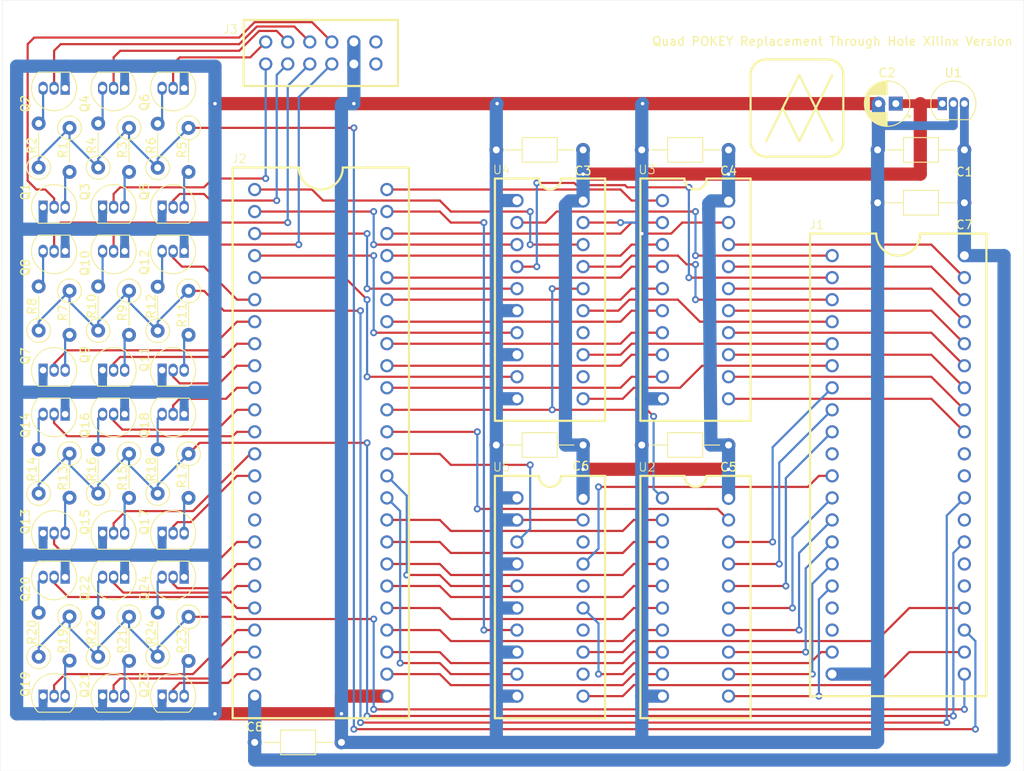
<source format=kicad_pcb>
(kicad_pcb (version 20221018) (generator pcbnew)
  (layers (0 "F.Cu" signal) (31 "B.Cu" signal) (34 "B.Paste" user) (35 "F.Paste" user) (36 "B.SilkS" user "B.Silkscreen") (37 "F.SilkS" user "F.Silkscreen") (38 "B.Mask" user) (39 "F.Mask" user) (44 "Edge.Cuts" user))
  (net 0 "")
  (net 1 "+5V")
  (net 2 "GND")
  (net 3 "+3.3V")
  (net 4 "~{CS1}")
  (net 5 "R{slash}W")
  (net 6 "A3")
  (net 7 "A2")
  (net 8 "A1")
  (net 9 "A0")
  (net 10 "D0")
  (net 11 "D1")
  (net 12 "D2")
  (net 14 "~{CS3}")
  (net 15 "D3")
  (net 16 "D4")
  (net 17 "D5")
  (net 18 "D6")
  (net 19 "D7")
  (net 22 "~{CS4}")
  (net 23 "AUDIO4")
  (net 24 "~{CS2}")
  (net 25 "AUDIO1")
  (net 26 "PHI2")
  (net 29 "AUDIO3")
  (net 31 "AUDIO2")
  (net 34 "P6")
  (net 35 "P7")
  (net 36 "P4")
  (net 37 "P5")
  (net 38 "P2")
  (net 39 "P3")
  (net 40 "P0")
  (net 41 "P1")
  (net 42 "_D0")
  (net 43 "_D1")
  (net 44 "_D2")
  (net 45 "_D3")
  (net 46 "_D4")
  (net 47 "_D5")
  (net 48 "_D6")
  (net 49 "_D7")
  (net 50 "_DUMP")
  (net 51 "_AUDIO1_0")
  (net 52 "_AUDIO1_1")
  (net 53 "_AUDIO1_2")
  (net 54 "_AUDIO1_3")
  (net 55 "_AUDIO1_4")
  (net 58 "_AUDIO1_5")
  (net 59 "_AUDIO3_0")
  (net 60 "_AUDIO3_1")
  (net 61 "_AUDIO3_2")
  (net 62 "_AUDIO3_3")
  (net 63 "_AUDIO3_4")
  (net 64 "_AUDIO3_5")
  (net 65 "_AUDIO4_5")
  (net 66 "_AUDIO4_4")
  (net 67 "_AUDIO4_3")
  (net 68 "_AUDIO4_2")
  (net 69 "_AUDIO4_1")
  (net 70 "_AUDIO4_0")
  (net 71 "_AUDIO2_5")
  (net 72 "_AUDIO2_4")
  (net 73 "_AUDIO2_3")
  (net 74 "_AUDIO2_2")
  (net 75 "_AUDIO2_1")
  (net 76 "_AUDIO2_0")
  (net 77 "_~{CS4}")
  (net 78 "_~{CS3}")
  (net 79 "_~{CS2}")
  (net 80 "_~{CS1}")
  (net 81 "~{_EN}")
  (net 82 "_A3")
  (net 83 "_A2")
  (net 84 "_A1")
  (net 85 "_A0")
  (net 86 "_PHI2")
  (net 87 "_R{slash}W")
  (net 88 "_P0")
  (net 89 "_P1")
  (net 90 "_P3")
  (net 91 "_P2")
  (net 93 "_P4")
  (net 94 "_P5")
  (net 95 "_P6")
  (net 96 "_P7")
  (net 98 "Net-(Q1-D)")
  (net 99 "Net-(Q2-D)")
  (net 100 "Net-(Q3-D)")
  (net 101 "Net-(Q4-D)")
  (net 102 "Net-(Q5-D)")
  (net 103 "Net-(Q6-D)")
  (net 104 "Net-(Q7-D)")
  (net 105 "Net-(Q8-D)")
  (net 106 "Net-(Q9-D)")
  (net 107 "Net-(Q10-D)")
  (net 108 "Net-(Q11-D)")
  (net 109 "Net-(Q12-D)")
  (net 110 "Net-(Q13-D)")
  (net 111 "Net-(Q14-D)")
  (net 112 "Net-(Q15-D)")
  (net 113 "Net-(Q16-D)")
  (net 114 "Net-(Q17-D)")
  (net 115 "Net-(Q18-D)")
  (net 116 "Net-(Q19-D)")
  (net 117 "Net-(Q20-D)")
  (net 118 "Net-(Q21-D)")
  (net 119 "Net-(Q22-D)")
  (net 120 "Net-(Q23-D)")
  (net 121 "Net-(Q24-D)")
  (footprint "Package_TO_SOT_THT:TO-92_Inline" (layer "F.Cu") (at 132.334 85.344)
    (fp_text reference "Q13")
    (fp_text value "TN2106" hide)
  )
  (footprint "Package_TO_SOT_THT:TO-92_Inline" (layer "F.Cu") (at 134.874 71.628 180)
    (fp_text reference "Q14")
    (fp_text value "TN2106" hide)
  )
  (footprint "Resistor_THT:R_Axial_DIN0207_L6.3mm_D2.5mm_P5.08mm_Vertical" (layer "F.Cu") (at 135.382 76.171 -90)
    (fp_text reference "R13")
    (fp_text value "825 1%" hide)
  )
  (footprint "Capacitor_THT:C_Axial_L3.8mm_D2.6mm_P10.00mm_Horizontal" (layer "F.Cu") (at 194.564 41.148 180)
    (fp_text reference "C3")
    (fp_text value ".1uf" hide)
  )
  (footprint "Resistor_THT:R_Axial_DIN0207_L6.3mm_D2.5mm_P5.08mm_Vertical" (layer "F.Cu") (at 135.382 57.404 -90)
    (fp_text reference "R7")
    (fp_text value "825 1%" hide)
  )
  (footprint "Package_TO_SOT_THT:TO-92_Inline" (layer "F.Cu") (at 141.732 52.832 180)
    (fp_text reference "Q10")
    (fp_text value "TN2106" hide)
  )
  (footprint "Resistor_THT:R_Axial_DIN0207_L6.3mm_D2.5mm_P5.08mm_Vertical" (layer "F.Cu") (at 131.826 43.18 90)
    (fp_text reference "R2")
    (fp_text value "1.65K 1%" hide)
  )
  (footprint "Capacitor_THT:CP_Radial_D5.0mm_P2.00mm" (layer "F.Cu") (at 230.6 35.814 180)
    (fp_text reference "C2")
    (fp_text value "10uf" hide)
  )
  (footprint "Capacitor_THT:C_Axial_L3.8mm_D2.6mm_P10.00mm_Horizontal" (layer "F.Cu") (at 238.506 41.148 180)
    (fp_text reference "C1")
    (fp_text value ".1uf" hide)
  )
  (footprint "Package_TO_SOT_THT:TO-92_Inline" (layer "F.Cu") (at 148.59 34.036 180)
    (fp_text reference "Q6")
    (fp_text value "TN2106" hide)
  )
  (footprint "Package_TO_SOT_THT:TO-92_Inline" (layer "F.Cu") (at 235.966 35.814)
    (fp_text reference "U1")
    (fp_text value "L78L05_TO92" hide)
  )
  (footprint "Package_TO_SOT_THT:TO-92_Inline" (layer "F.Cu") (at 134.874 90.424 180)
    (fp_text reference "Q20")
    (fp_text value "TN2106" hide)
  )
  (footprint "Package_TO_SOT_THT:TO-92_Inline" (layer "F.Cu") (at 146.05 66.548)
    (fp_text reference "Q11")
    (fp_text value "TN2106" hide)
  )
  (footprint "Package_TO_SOT_THT:TO-92_Inline" (layer "F.Cu") (at 148.59 71.628 180)
    (fp_text reference "Q18")
    (fp_text value "TN2106" hide)
  )
  (footprint "Capacitor_THT:C_Axial_L3.8mm_D2.6mm_P10.00mm_Horizontal" (layer "F.Cu") (at 194.564 75.184 180)
    (fp_text reference "C6")
    (fp_text value ".1uf" hide)
  )
  (footprint "Resistor_THT:R_Axial_DIN0207_L6.3mm_D2.5mm_P5.08mm_Vertical" (layer "F.Cu") (at 145.542 43.209 90)
    (fp_text reference "R6")
    (fp_text value "75K 1%" hide)
  )
  (footprint "Package_TO_SOT_THT:TO-92_Inline" (layer "F.Cu") (at 139.192 66.548)
    (fp_text reference "Q9")
    (fp_text value "TN2106" hide)
  )
  (footprint "Resistor_THT:R_Axial_DIN0207_L6.3mm_D2.5mm_P5.08mm_Vertical" (layer "F.Cu") (at 138.684 43.18 90)
    (fp_text reference "R4")
    (fp_text value "7.68K 1%" hide)
  )
  (footprint "Resistor_THT:R_Axial_DIN0207_L6.3mm_D2.5mm_P5.08mm_Vertical" (layer "F.Cu") (at 145.542 80.772 90)
    (fp_text reference "R18")
    (fp_text value "75K 1%" hide)
  )
  (footprint "Package_TO_SOT_THT:TO-92_Inline" (layer "F.Cu") (at 132.334 47.752)
    (fp_text reference "Q1")
    (fp_text value "TN2106" hide)
  )
  (footprint "Package_TO_SOT_THT:TO-92_Inline" (layer "F.Cu") (at 134.874 52.832 180)
    (fp_text reference "Q8")
    (fp_text value "TN2106" hide)
  )
  (footprint "Resistor_THT:R_Axial_DIN0207_L6.3mm_D2.5mm_P5.08mm_Vertical" (layer "F.Cu") (at 149.098 94.996 -90)
    (fp_text reference "R23")
    (fp_text value "24K 1%" hide)
  )
  (footprint "Resistor_THT:R_Axial_DIN0207_L6.3mm_D2.5mm_P5.08mm_Vertical" (layer "F.Cu") (at 145.542 62.005 90)
    (fp_text reference "R12")
    (fp_text value "75K 1%" hide)
  )
  (footprint "Package_TO_SOT_THT:TO-92_Inline" (layer "F.Cu") (at 141.732 90.424 180)
    (fp_text reference "Q22")
    (fp_text value "TN2106" hide)
  )
  (footprint "Package_TO_SOT_THT:TO-92_Inline" (layer "F.Cu") (at 139.192 47.752)
    (fp_text reference "Q3")
    (fp_text value "TN2106" hide)
  )
  (footprint "Resistor_THT:R_Axial_DIN0207_L6.3mm_D2.5mm_P5.08mm_Vertical" (layer "F.Cu") (at 149.098 57.404 -90)
    (fp_text reference "R11")
    (fp_text value "24K 1%" hide)
  )
  (footprint "POKEY_Footprints:DIP_20" (layer "F.Cu") (at 207.518 104.14)
    (fp_text reference "U2")
    (fp_text value "~" hide)
  )
  (footprint "Capacitor_THT:C_Axial_L3.8mm_D2.6mm_P10.00mm_Horizontal" (layer "F.Cu") (at 211.328 75.184 180)
    (fp_text reference "C5")
    (fp_text value ".1uf" hide)
  )
  (footprint "Package_TO_SOT_THT:TO-92_Inline" (layer "F.Cu") (at 146.05 85.344)
    (fp_text reference "Q17")
    (fp_text value "TN2106" hide)
  )
  (footprint "POKEY_Footprints:DIP_20" (layer "F.Cu") (at 190.754 104.14)
    (fp_text reference "U5")
    (fp_text value "~" hide)
  )
  (footprint "Resistor_THT:R_Axial_DIN0207_L6.3mm_D2.5mm_P5.08mm_Vertical" (layer "F.Cu") (at 131.826 80.772 90)
    (fp_text reference "R14")
    (fp_text value "1.65K 1%" hide)
  )
  (footprint "Resistor_THT:R_Axial_DIN0207_L6.3mm_D2.5mm_P5.08mm_Vertical" (layer "F.Cu") (at 138.684 80.772 90)
    (fp_text reference "R16")
    (fp_text value "7.68K 1%" hide)
  )
  (footprint "Capacitor_THT:C_Axial_L3.8mm_D2.6mm_P10.00mm_Horizontal" (layer "F.Cu") (at 156.718 109.474)
    (fp_text reference "C8")
    (fp_text value ".1uf" hide)
  )
  (footprint "Resistor_THT:R_Axial_DIN0207_L6.3mm_D2.5mm_P5.08mm_Vertical" (layer "F.Cu") (at 138.684 61.976 90)
    (fp_text reference "R10")
    (fp_text value "7.68K 1%" hide)
  )
  (footprint "Capacitor_THT:C_Axial_L3.8mm_D2.6mm_P10.00mm_Horizontal" (layer "F.Cu") (at 211.328 41.148 180)
    (fp_text reference "C4")
    (fp_text value ".1uf" hide)
  )
  (footprint "Resistor_THT:R_Axial_DIN0207_L6.3mm_D2.5mm_P5.08mm_Vertical" (layer "F.Cu") (at 149.098 76.2 -90)
    (fp_text reference "R17")
    (fp_text value "24K 1%" hide)
  )
  (footprint "Resistor_THT:R_Axial_DIN0207_L6.3mm_D2.5mm_P5.08mm_Vertical" (layer "F.Cu") (at 131.826 61.976 90)
    (fp_text reference "R8")
    (fp_text value "1.65K 1%" hide)
  )
  (footprint "Capacitor_THT:C_Axial_L3.8mm_D2.6mm_P10.00mm_Horizontal" (layer "F.Cu") (at 238.506 47.244 180)
    (fp_text reference "C7")
    (fp_text value ".1uf" hide)
  )
  (footprint "Package_TO_SOT_THT:TO-92_Inline" (layer "F.Cu") (at 146.05 104.14)
    (fp_text reference "Q23")
    (fp_text value "TN2106" hide)
  )
  (footprint "Resistor_THT:R_Axial_DIN0207_L6.3mm_D2.5mm_P5.08mm_Vertical" (layer "F.Cu") (at 149.098 38.608 -90)
    (fp_text reference "R5")
    (fp_text value "24K 1%" hide)
  )
  (footprint "Resistor_THT:R_Axial_DIN0207_L6.3mm_D2.5mm_P5.08mm_Vertical" (layer "F.Cu") (at 135.382 38.608 -90)
    (fp_text reference "R1")
    (fp_text value "825 1%" hide)
  )
  (footprint "Package_TO_SOT_THT:TO-92_Inline" (layer "F.Cu") (at 146.05 47.752)
    (fp_text reference "Q5")
    (fp_text value "TN2106" hide)
  )
  (footprint "Package_TO_SOT_THT:TO-92_Inline" (layer "F.Cu") (at 139.192 104.14)
    (fp_text reference "Q21")
    (fp_text value "TN2106" hide)
  )
  (footprint "Package_TO_SOT_THT:TO-92_Inline" (layer "F.Cu") (at 132.334 104.14)
    (fp_text reference "Q19")
    (fp_text value "TN2106" hide)
  )
  (footprint "POKEY_Footprints:Con_2X24" (layer "F.Cu") (at 164.338 73.66)
    (fp_text reference "J2")
    (fp_text value "CMOD-A7" hide)
  )
  (footprint "Package_TO_SOT_THT:TO-92_Inline" (layer "F.Cu") (at 148.59 52.832 180)
    (fp_text reference "Q12")
    (fp_text value "TN2106" hide)
  )
  (footprint "Resistor_THT:R_Axial_DIN0207_L6.3mm_D2.5mm_P5.08mm_Vertical" (layer "F.Cu") (at 142.24 76.2 -90)
    (fp_text reference "R15")
    (fp_text value "3.3K 1%" hide)
  )
  (footprint "Package_TO_SOT_THT:TO-92_Inline" (layer "F.Cu") (at 134.874 34.036 180)
    (fp_text reference "Q2")
    (fp_text value "TN2106" hide)
  )
  (footprint "Resistor_THT:R_Axial_DIN0207_L6.3mm_D2.5mm_P5.08mm_Vertical" (layer "F.Cu") (at 142.24 94.996 -90)
    (fp_text reference "R21")
    (fp_text value "3.3K 1%" hide)
  )
  (footprint "POKEY_Footprints:DIP_20" (layer "F.Cu") (at 207.518 69.85)
    (fp_text reference "U3")
    (fp_text value "~" hide)
  )
  (footprint "POKEY_Footprints:Con_2X20" (layer "F.Cu") (at 230.886 76.2)
    (fp_text reference "J1")
    (fp_text value "~" hide)
  )
  (footprint "POKEY_Footprints:DIP_20" (layer "F.Cu") (at 190.754 69.85)
    (fp_text reference "U4")
    (fp_text value "~" hide)
  )
  (footprint "Package_TO_SOT_THT:TO-92_Inline" (layer "F.Cu") (at 139.192 85.344)
    (fp_text reference "Q15")
    (fp_text value "TN2106" hide)
  )
  (footprint "Package_TO_SOT_THT:TO-92_Inline" (layer "F.Cu") (at 132.334 66.548)
    (fp_text reference "Q7")
    (fp_text value "TN2106" hide)
  )
  (footprint "Resistor_THT:R_Axial_DIN0207_L6.3mm_D2.5mm_P5.08mm_Vertical" (layer "F.Cu") (at 131.826 99.597 90)
    (fp_text reference "R20")
    (fp_text value "1.65K 1%" hide)
  )
  (footprint "Resistor_THT:R_Axial_DIN0207_L6.3mm_D2.5mm_P5.08mm_Vertical" (layer "F.Cu") (at 142.24 38.608 -90)
    (fp_text reference "R3")
    (fp_text value "3.3K 1%" hide)
  )
  (footprint "Package_TO_SOT_THT:TO-92_Inline" (layer "F.Cu") (at 141.732 71.628 180)
    (fp_text reference "Q16")
    (fp_text value "TN2106" hide)
  )
  (footprint "Resistor_THT:R_Axial_DIN0207_L6.3mm_D2.5mm_P5.08mm_Vertical" (layer "F.Cu") (at 138.684 99.597 90)
    (fp_text reference "R22")
    (fp_text value "7.68K 1%" hide)
  )
  (footprint "Package_TO_SOT_THT:TO-92_Inline" (layer "F.Cu") (at 141.732 34.036 180)
    (fp_text reference "Q4")
    (fp_text value "TN2106" hide)
  )
  (footprint "Resistor_THT:R_Axial_DIN0207_L6.3mm_D2.5mm_P5.08mm_Vertical" (layer "F.Cu") (at 135.382 94.967 -90)
    (fp_text reference "R19")
    (fp_text value "825 1%" hide)
  )
  (footprint "Package_TO_SOT_THT:TO-92_Inline" (layer "F.Cu") (at 148.59 90.424 180)
    (fp_text reference "Q24")
    (fp_text value "TN2106" hide)
  )
  (footprint "Resistor_THT:R_Axial_DIN0207_L6.3mm_D2.5mm_P5.08mm_Vertical" (layer "F.Cu") (at 145.542 99.568 90)
    (fp_text reference "R24")
    (fp_text value "75K 1%" hide)
  )
  (footprint "POKEY_Footprints:PMOD" (layer "F.Cu") (at 165.608 33.782)
    (fp_text reference "J3")
    (fp_text value "PMOD" hide)
  )
  (footprint "Resistor_THT:R_Axial_DIN0207_L6.3mm_D2.5mm_P5.08mm_Vertical" (layer "F.Cu") (at 142.24 57.404 -90)
    (fp_text reference "R9")
    (fp_text value "3.3K 1%" hide)
  )
  (gr_line (start 215.664051 30.71595) (end 222.758 30.71595) (stroke (width 0.254)) (layer "F.SilkS"))
  (gr_line (start 219.474051 40.132001) (end 223.284051 32.512001) (stroke (width 0.254)) (layer "F.SilkS"))
  (gr_arc (start 215.664051 41.928052) (mid 214.394076 41.401976) (end 213.868 40.132001) (stroke (width 0.254)) (layer "F.SilkS"))
  (gr_arc (start 213.868 32.512001) (mid 214.394041 31.241991) (end 215.664051 30.71595) (stroke (width 0.254)) (layer "F.SilkS"))
  (gr_line (start 213.868 40.132001) (end 213.868 32.512001) (stroke (width 0.254)) (layer "F.SilkS"))
  (gr_line (start 222.758 41.928052) (end 215.664051 41.928052) (stroke (width 0.254)) (layer "F.SilkS"))
  (gr_line (start 217.569051 36.322001) (end 219.474051 40.132001) (stroke (width 0.254)) (layer "F.SilkS"))
  (gr_line (start 219.474051 32.512001) (end 223.284051 40.132001) (stroke (width 0.254)) (layer "F.SilkS"))
  (gr_line (start 224.554051 32.512001) (end 224.554051 40.132001) (stroke (width 0.254)) (layer "F.SilkS"))
  (gr_line (start 215.664051 40.132001) (end 219.474051 32.512001) (stroke (width 0.254)) (layer "F.SilkS"))
  (gr_arc (start 222.758 30.71595) (mid 224.028 31.242001) (end 224.554051 32.512001) (stroke (width 0.254)) (layer "F.SilkS"))
  (gr_arc (start 224.554051 40.132001) (mid 224.028 41.402001) (end 222.758 41.928052) (stroke (width 0.254)) (layer "F.SilkS"))
  (gr_line (start 245.364 112.776) (end 245.364 23.876) (stroke (width 0.0254)) (layer "Edge.Cuts"))
  (gr_line (start 245.364 23.876) (end 127.635 23.876) (stroke (width 0.0254)) (layer "Edge.Cuts"))
  (gr_line (start 127.381 112.776) (end 245.364 112.776) (stroke (width 0.0254)) (layer "Edge.Cuts"))
  (gr_line (start 127.635 23.876) (end 127.381 112.776) (stroke (width 0.0254)) (layer "Edge.Cuts"))
  (gr_text "Quad POKEY Replacement Through Hole Xilinx Version" (at 202.438 29.21) (layer "F.SilkS") (effects (font (size 1 1)) (justify left bottom)))
  (segment (start 243.078 111.506) (end 243.078 53.34) (width 1.524) (layer "B.Cu") (net 1))
  (segment (start 156.718 109.474) (end 156.718 104.14) (width 1.524) (layer "B.Cu") (net 1))
  (segment (start 238.506 41.148) (end 238.506 35.814) (width 1.016) (layer "B.Cu") (net 1))
  (segment (start 238.506 53.34) (end 238.506 47.244) (width 1.524) (layer "B.Cu") (net 1))
  (segment (start 156.718 111.506) (end 243.078 111.506) (width 1.524) (layer "B.Cu") (net 1))
  (segment (start 156.718 109.474) (end 156.718 111.506) (width 1.524) (layer "B.Cu") (net 1))
  (segment (start 243.078 53.34) (end 238.506 53.34) (width 1.524) (layer "B.Cu") (net 1))
  (segment (start 238.506 47.244) (end 238.506 41.148) (width 1.524) (layer "B.Cu") (net 1))
  (segment (start 205.994 49.53) (end 211.328 49.53) (width 0.25) (layer "F.Cu") (net 2))
  (segment (start 201.328 50.8) (end 204.724 50.8) (width 0.25) (layer "F.Cu") (net 2))
  (segment (start 228.6 35.814) (end 201.422 35.814) (width 1.524) (layer "F.Cu") (net 2))
  (segment (start 168.148 35.814) (end 152.146 35.814) (width 1.524) (layer "F.Cu") (net 2))
  (segment (start 194.564 49.53) (end 198.882 49.53) (width 0.25) (layer "F.Cu") (net 2))
  (segment (start 186.944 83.82) (end 194.564 83.82) (width 0.25) (layer "F.Cu") (net 2))
  (segment (start 204.724 50.8) (end 205.994 49.53) (width 0.25) (layer "F.Cu") (net 2))
  (segment (start 166.718 106.172) (end 166.718 104.14) (width 1.524) (layer "F.Cu") (net 2))
  (segment (start 152.146 106.172) (end 166.718 106.172) (width 1.524) (layer "F.Cu") (net 2))
  (segment (start 184.658 35.814) (end 168.148 35.814) (width 1.524) (layer "F.Cu") (net 2))
  (segment (start 201.422 35.814) (end 184.658 35.814) (width 1.524) (layer "F.Cu") (net 2))
  (segment (start 171.958 104.14) (end 166.718 104.14) (width 1.524) (layer "F.Cu") (net 2))
  (via (at 198.882 49.53) (size 0.8) (drill 0.4) (layers "F.Cu" "B.Cu") (net 2))
  (via (at 152.146 35.814) (size 0.8) (drill 0.4) (layers "F.Cu" "B.Cu") (net 2))
  (via (at 201.422 35.814) (size 0.8) (drill 0.4) (layers "F.Cu" "B.Cu") (net 2))
  (via (at 201.328 50.8) (size 0.8) (drill 0.4) (layers "F.Cu" "B.Cu") (net 2))
  (via (at 184.658 35.814) (size 0.8) (drill 0.4) (layers "F.Cu" "B.Cu") (net 2))
  (via (at 152.146 106.172) (size 0.8) (drill 0.4) (layers "F.Cu" "B.Cu") (net 2))
  (via (at 168.148 35.814) (size 0.8) (drill 0.4) (layers "F.Cu" "B.Cu") (net 2))
  (via (at 166.718 106.172) (size 0.8) (drill 0.4) (layers "F.Cu" "B.Cu") (net 2))
  (segment (start 228.346 109.474) (end 201.422 109.474) (width 1.524) (layer "B.Cu") (net 2))
  (segment (start 134.874 87.884) (end 139.192 87.884) (width 1.524) (layer "B.Cu") (net 2))
  (segment (start 146.05 69.088) (end 148.59 69.088) (width 1.524) (layer "B.Cu") (net 2))
  (segment (start 132.334 106.172) (end 139.192 106.172) (width 1.524) (layer "B.Cu") (net 2))
  (segment (start 134.874 71.628) (end 134.874 69.088) (width 1.016) (layer "B.Cu") (net 2))
  (segment (start 201.328 75.184) (end 201.328 69.85) (width 1.524) (layer "B.Cu") (net 2))
  (segment (start 139.192 87.884) (end 141.732 87.884) (width 1.524) (layer "B.Cu") (net 2))
  (segment (start 228.506 109.314) (end 228.346 109.474) (width 1.524) (layer "B.Cu") (net 2))
  (segment (start 166.718 35.974) (end 166.878 35.814) (width 1.524) (layer "B.Cu") (net 2))
  (segment (start 148.59 31.496) (end 152.146 31.496) (width 1.524) (layer "B.Cu") (net 2))
  (segment (start 148.59 50.292) (end 152.146 50.292) (width 1.524) (layer "B.Cu") (net 2))
  (segment (start 132.334 104.14) (end 132.334 106.172) (width 1.016) (layer "B.Cu") (net 2))
  (segment (start 186.944 93.98) (end 184.564 93.98) (width 1.524) (layer "B.Cu") (net 2))
  (segment (start 134.874 31.496) (end 141.732 31.496) (width 1.524) (layer "B.Cu") (net 2))
  (segment (start 129.286 87.884) (end 132.334 87.884) (width 1.524) (layer "B.Cu") (net 2))
  (segment (start 184.564 99.06) (end 184.564 104.14) (width 1.524) (layer "B.Cu") (net 2))
  (segment (start 148.59 71.628) (end 148.59 69.088) (width 1.016) (layer "B.Cu") (net 2))
  (segment (start 146.05 66.548) (end 146.05 69.088) (width 1.016) (layer "B.Cu") (net 2))
  (segment (start 198.882 49.53) (end 201.328 49.53) (width 0.25) (layer "B.Cu") (net 2))
  (segment (start 184.564 93.98) (end 184.564 99.06) (width 1.524) (layer "B.Cu") (net 2))
  (segment (start 223.266 101.6) (end 228.506 101.6) (width 1.524) (layer "B.Cu") (net 2))
  (segment (start 152.146 35.814) (end 152.146 50.292) (width 1.524) (layer "B.Cu") (net 2))
  (segment (start 201.328 49.53) (end 201.328 41.148) (width 1.524) (layer "B.Cu") (net 2))
  (segment (start 134.874 50.292) (end 139.192 50.292) (width 1.524) (layer "B.Cu") (net 2))
  (segment (start 184.564 35.908) (end 184.658 35.814) (width 1.524) (layer "B.Cu") (net 2))
  (segment (start 168.148 31.242) (end 168.148 35.814) (width 1.524) (layer "B.Cu") (net 2))
  (segment (start 139.192 106.172) (end 146.05 106.172) (width 1.524) (layer "B.Cu") (net 2))
  (segment (start 201.328 69.85) (end 201.328 49.53) (width 1.524) (layer "B.Cu") (net 2))
  (segment (start 141.732 90.424) (end 141.732 87.884) (width 1.016) (layer "B.Cu") (net 2))
  (segment (start 132.334 69.088) (end 134.874 69.088) (width 1.524) (layer "B.Cu") (net 2))
  (segment (start 186.944 104.14) (end 184.564 104.14) (width 1.524) (layer "B.Cu") (net 2))
  (segment (start 141.732 50.292) (end 146.05 50.292) (width 1.524) (layer "B.Cu") (net 2))
  (segment (start 132.334 66.548) (end 132.334 69.088) (width 1.016) (layer "B.Cu") (net 2))
  (segment (start 186.944 69.85) (end 184.564 69.85) (width 1.524) (layer "B.Cu") (net 2))
  (segment (start 186.944 46.99) (end 184.564 46.99) (width 1.524) (layer "B.Cu") (net 2))
  (segment (start 184.564 104.14) (end 184.564 109.38) (width 1.524) (layer "B.Cu") (net 2))
  (segment (start 228.506 101.6) (end 228.506 109.314) (width 1.524) (layer "B.Cu") (net 2))
  (segment (start 237.236 35.814) (end 237.236 38.354) (width 1.016) (layer "B.Cu") (net 2))
  (segment (start 134.874 52.832) (end 134.874 50.292) (width 1.016) (layer "B.Cu") (net 2))
  (segment (start 129.286 69.088) (end 129.286 50.292) (width 1.524) (layer "B.Cu") (net 2))
  (segment (start 129.286 32.512) (end 129.286 31.496) (width 1.524) (layer "B.Cu") (net 2))
  (segment (start 146.05 104.14) (end 146.05 106.172) (width 1.016) (layer "B.Cu") (net 2))
  (segment (start 129.286 69.088) (end 132.334 69.088) (width 1.524) (layer "B.Cu") (net 2))
  (segment (start 141.732 69.088) (end 146.05 69.088) (width 1.524) (layer "B.Cu") (net 2))
  (segment (start 152.146 50.292) (end 152.146 69.088) (width 1.524) (layer "B.Cu") (net 2))
  (segment (start 139.192 50.292) (end 141.732 50.292) (width 1.524) (layer "B.Cu") (net 2))
  (segment (start 228.6 38.354) (end 228.6 41.054) (width 1.524) (layer "B.Cu") (net 2))
  (segment (start 152.146 106.172) (end 146.05 106.172) (width 1.524) (layer "B.Cu") (net 2))
  (segment (start 184.564 41.148) (end 184.564 46.99) (width 1.524) (layer "B.Cu") (net 2))
  (segment (start 146.05 50.292) (end 148.59 50.292) (width 1.524) (layer "B.Cu") (net 2))
  (segment (start 148.59 52.832) (end 148.59 50.292) (width 1.016) (layer "B.Cu") (net 2))
  (segment (start 129.286 87.884) (end 129.286 69.088) (width 1.524) (layer "B.Cu") (net 2))
  (segment (start 203.708 69.85) (end 201.328 69.85) (width 1.524) (layer "B.Cu") (net 2))
  (segment (start 129.286 50.292) (end 129.286 32.512) (width 1.524) (layer "B.Cu") (net 2))
  (segment (start 186.944 99.06) (end 184.564 99.06) (width 1.524) (layer "B.Cu") (net 2))
  (segment (start 201.328 109.38) (end 201.422 109.474) (width 1.524) (layer "B.Cu") (net 2))
  (segment (start 134.874 69.088) (end 139.192 69.088) (width 1.524) (layer "B.Cu") (net 2))
  (segment (start 237.236 38.354) (end 228.6 38.354) (width 1.016) (layer "B.Cu") (net 2))
  (segment (start 184.564 69.85) (end 184.564 75.184) (width 1.524) (layer "B.Cu") (net 2))
  (segment (start 201.328 35.908) (end 201.422 35.814) (width 1.524) (layer "B.Cu") (net 2))
  (segment (start 186.944 83.82) (end 184.564 83.82) (width 1.524) (layer "B.Cu") (net 2))
  (segment (start 148.59 69.088) (end 152.146 69.088) (width 1.524) (layer "B.Cu") (net 2))
  (segment (start 134.874 90.424) (end 134.874 87.884) (width 1.016) (layer "B.Cu") (net 2))
  (segment (start 132.334 85.344) (end 132.334 87.884) (width 1.016) (layer "B.Cu") (net 2))
  (segment (start 186.944 88.9) (end 184.564 88.9) (width 1.524) (layer "B.Cu") (net 2))
  (segment (start 201.328 41.148) (end 201.328 35.908) (width 1.524) (layer "B.Cu") (net 2))
  (segment (start 132.334 106.172) (end 129.286 106.172) (width 1.524) (layer "B.Cu") (net 2))
  (segment (start 166.718 104.14) (end 166.718 35.974) (width 1.524) (layer "B.Cu") (net 2))
  (segment (start 184.564 75.184) (end 184.564 81.28) (width 1.524) (layer "B.Cu") (net 2))
  (segment (start 139.192 69.088) (end 141.732 69.088) (width 1.524) (layer "B.Cu") (net 2))
  (segment (start 148.59 87.884) (end 152.146 87.884) (width 1.524) (layer "B.Cu") (net 2))
  (segment (start 228.6 41.054) (end 228.506 41.148) (width 1.524) (layer "B.Cu") (net 2))
  (segment (start 201.328 104.14) (end 201.328 109.38) (width 1.524) (layer "B.Cu") (net 2))
  (segment (start 184.564 88.9) (end 184.564 93.98) (width 1.524) (layer "B.Cu") (net 2))
  (segment (start 186.944 81.28) (end 184.564 81.28) (width 1.524) (layer "B.Cu") (net 2))
  (segment (start 141.732 34.036) (end 141.732 31.496) (width 1.016) (layer "B.Cu") (net 2))
  (segment (start 184.564 59.69) (end 184.564 64.77) (width 1.524) (layer "B.Cu") (net 2))
  (segment (start 228.6 35.814) (end 228.6 38.354) (width 1.524) (layer "B.Cu") (net 2))
  (segment (start 228.506 47.244) (end 228.506 101.6) (width 1.524) (layer "B.Cu") (net 2))
  (segment (start 146.05 47.752) (end 146.05 50.292) (width 1.016) (layer "B.Cu") (net 2))
  (segment (start 201.328 75.184) (end 201.328 104.14) (width 1.524) (layer "B.Cu") (net 2))
  (segment (start 152.146 87.884) (end 152.146 106.172) (width 1.524) (layer "B.Cu") (net 2))
  (segment (start 141.732 31.496) (end 148.59 31.496) (width 1.524) (layer "B.Cu") (net 2))
  (segment (start 184.564 41.148) (end 184.564 35.908) (width 1.524) (layer "B.Cu") (net 2))
  (segment (start 152.146 31.496) (end 152.146 35.814) (width 1.524) (layer "B.Cu") (net 2))
  (segment (start 184.564 109.38) (end 184.658 109.474) (width 1.524) (layer "B.Cu") (net 2))
  (segment (start 132.334 50.292) (end 132.334 47.752) (width 1.016) (layer "B.Cu") (net 2))
  (segment (start 139.192 66.548) (end 139.192 69.088) (width 1.016) (layer "B.Cu") (net 2))
  (segment (start 132.334 87.884) (end 134.874 87.884) (width 1.524) (layer "B.Cu") (net 2))
  (segment (start 166.878 35.814) (end 168.148 35.814) (width 1.524) (layer "B.Cu") (net 2))
  (segment (start 228.506 41.148) (end 228.506 47.244) (width 1.524) (layer "B.Cu") (net 2))
  (segment (start 148.59 34.036) (end 148.59 31.496) (width 1.016) (layer "B.Cu") (net 2))
  (segment (start 141.732 87.884) (end 146.05 87.884) (width 1.524) (layer "B.Cu") (net 2))
  (segment (start 184.564 83.82) (end 184.564 88.9) (width 1.524) (layer "B.Cu") (net 2))
  (segment (start 203.708 104.14) (end 201.328 104.14) (width 1.524) (layer "B.Cu") (net 2))
  (segment (start 139.192 85.344) (end 139.192 87.884) (width 1.016) (layer "B.Cu") (net 2))
  (segment (start 168.148 28.702) (end 168.148 31.242) (width 1.524) (layer "B.Cu") (net 2))
  (segment (start 132.334 50.292) (end 134.874 50.292) (width 1.524) (layer "B.Cu") (net 2))
  (segment (start 139.192 104.14) (end 139.192 106.172) (width 1.016) (layer "B.Cu") (net 2))
  (segment (start 129.286 50.292) (end 132.334 50.292) (width 1.524) (layer "B.Cu") (net 2))
  (segment (start 184.564 81.28) (end 184.564 83.82) (width 1.524) (layer "B.Cu") (net 2))
  (segment (start 184.564 64.77) (end 184.564 69.85) (width 1.524) (layer "B.Cu") (net 2))
  (segment (start 201.422 109.474) (end 184.658 109.474) (width 1.524) (layer "B.Cu") (net 2))
  (segment (start 139.192 47.752) (end 139.192 50.292) (width 1.016) (layer "B.Cu") (net 2))
  (segment (start 129.286 31.496) (end 134.874 31.496) (width 1.524) (layer "B.Cu") (net 2))
  (segment (start 141.732 52.832) (end 141.732 50.292) (width 1.016) (layer "B.Cu") (net 2))
  (segment (start 152.146 69.088) (end 152.146 87.884) (width 1.524) (layer "B.Cu") (net 2))
  (segment (start 166.718 109.474) (end 166.718 104.14) (width 1.524) (layer "B.Cu") (net 2))
  (segment (start 186.944 64.77) (end 184.564 64.77) (width 1.524) (layer "B.Cu") (net 2))
  (segment (start 141.732 71.628) (end 141.732 69.088) (width 1.016) (layer "B.Cu") (net 2))
  (segment (start 146.05 87.884) (end 148.59 87.884) (width 1.524) (layer "B.Cu") (net 2))
  (segment (start 184.564 46.99) (end 184.564 59.69) (width 1.524) (layer "B.Cu") (net 2))
  (segment (start 186.944 59.69) (end 184.564 59.69) (width 1.524) (layer "B.Cu") (net 2))
  (segment (start 146.05 85.344) (end 146.05 87.884) (width 1.016) (layer "B.Cu") (net 2))
  (segment (start 184.658 109.474) (end 166.718 109.474) (width 1.524) (layer "B.Cu") (net 2))
  (segment (start 148.59 90.424) (end 148.59 87.884) (width 1.016) (layer "B.Cu") (net 2))
  (segment (start 134.874 34.036) (end 134.874 31.496) (width 1.016) (layer "B.Cu") (net 2))
  (segment (start 129.286 106.172) (end 129.286 87.884) (width 1.524) (layer "B.Cu") (net 2))
  (segment (start 211.328 43.942) (end 233.426 43.942) (width 1.524) (layer "F.Cu") (net 3))
  (segment (start 235.966 35.814) (end 233.426 35.814) (width 1.016) (layer "F.Cu") (net 3))
  (segment (start 211.328 77.978) (end 194.564 77.978) (width 1.524) (layer "F.Cu") (net 3))
  (segment (start 211.328 43.942) (end 194.564 43.942) (width 1.524) (layer "F.Cu") (net 3))
  (segment (start 233.426 43.942) (end 233.426 35.814) (width 1.524) (layer "F.Cu") (net 3))
  (segment (start 233.426 35.814) (end 230.6 35.814) (width 1.016) (layer "F.Cu") (net 3))
  (via (at 194.564 77.978) (size 0.8) (drill 0.4) (layers "F.Cu" "B.Cu") (net 3))
  (via (at 211.328 43.942) (size 0.8) (drill 0.4) (layers "F.Cu" "B.Cu") (net 3))
  (via (at 211.328 77.978) (size 0.8) (drill 0.4) (layers "F.Cu" "B.Cu") (net 3))
  (via (at 194.564 43.942) (size 0.8) (drill 0.4) (layers "F.Cu" "B.Cu") (net 3))
  (segment (start 194.564 47.03) (end 193 47.03) (width 1.524) (layer "B.Cu") (net 3))
  (segment (start 194.564 43.942) (end 194.564 41.148) (width 1.524) (layer "B.Cu") (net 3))
  (segment (start 209.042 48.006) (end 209.042 47.324) (width 1.524) (layer "B.Cu") (net 3))
  (segment (start 211.328 77.978) (end 211.328 75.184) (width 1.524) (layer "B.Cu") (net 3))
  (segment (start 209.296 75.184) (end 209.042 48.006) (width 1.524) (layer "B.Cu") (net 3))
  (segment (start 192.532 75.184) (end 194.564 75.184) (width 1.524) (layer "B.Cu") (net 3))
  (segment (start 194.564 77.978) (end 194.564 75.184) (width 1.524) (layer "B.Cu") (net 3))
  (segment (start 194.564 47.03) (end 194.564 43.942) (width 1.524) (layer "B.Cu") (net 3))
  (segment (start 194.564 81.32) (end 194.564 77.978) (width 1.524) (layer "B.Cu") (net 3))
  (segment (start 211.328 81.32) (end 211.328 77.978) (width 1.524) (layer "B.Cu") (net 3))
  (segment (start 209.336 47.03) (end 211.328 47.03) (width 1.524) (layer "B.Cu") (net 3))
  (segment (start 211.328 75.184) (end 209.296 75.184) (width 1.524) (layer "B.Cu") (net 3))
  (segment (start 211.328 47.03) (end 211.328 43.942) (width 1.524) (layer "B.Cu") (net 3))
  (segment (start 192.532 47.498) (end 192.532 75.184) (width 1.524) (layer "B.Cu") (net 3))
  (segment (start 211.328 43.942) (end 211.328 41.148) (width 1.524) (layer "B.Cu") (net 3))
  (segment (start 193 47.03) (end 192.532 47.498) (width 1.524) (layer "B.Cu") (net 3))
  (segment (start 209.042 47.324) (end 209.336 47.03) (width 1.524) (layer "B.Cu") (net 3))
  (segment (start 191.516 48.26) (end 190.246 49.53) (width 0.25) (layer "F.Cu") (net 4))
  (segment (start 190.246 49.53) (end 186.944 49.53) (width 0.25) (layer "F.Cu") (net 4))
  (segment (start 207.518 48.26) (end 191.516 48.26) (width 0.25) (layer "F.Cu") (net 4))
  (segment (start 223.266 53.34) (end 207.518 53.34) (width 0.25) (layer "F.Cu") (net 4))
  (via (at 207.518 48.26) (size 0.8) (drill 0.4) (layers "F.Cu" "B.Cu") (net 4))
  (via (at 207.518 53.34) (size 0.8) (drill 0.4) (layers "F.Cu" "B.Cu") (net 4))
  (segment (start 207.518 53.34) (end 207.518 48.26) (width 0.25) (layer "B.Cu") (net 4))
  (segment (start 193.548 44.958) (end 193.802 45.212) (width 0.25) (layer "F.Cu") (net 5))
  (segment (start 189.23 44.958) (end 193.548 44.958) (width 0.25) (layer "F.Cu") (net 5))
  (segment (start 193.802 45.212) (end 199.39 45.212) (width 0.25) (layer "F.Cu") (net 5))
  (segment (start 223.266 55.88) (end 206.756 55.88) (width 0.25) (layer "F.Cu") (net 5))
  (segment (start 199.39 45.212) (end 199.644 45.466) (width 0.25) (layer "F.Cu") (net 5))
  (segment (start 189.23 54.61) (end 186.944 54.61) (width 0.25) (layer "F.Cu") (net 5))
  (segment (start 199.644 45.466) (end 206.756 45.466) (width 0.25) (layer "F.Cu") (net 5))
  (via (at 206.756 45.466) (size 0.8) (drill 0.4) (layers "F.Cu" "B.Cu") (net 5))
  (via (at 206.756 55.88) (size 0.8) (drill 0.4) (layers "F.Cu" "B.Cu") (net 5))
  (via (at 189.23 54.61) (size 0.8) (drill 0.4) (layers "F.Cu" "B.Cu") (net 5))
  (via (at 189.23 44.958) (size 0.8) (drill 0.4) (layers "F.Cu" "B.Cu") (net 5))
  (segment (start 189.23 44.958) (end 189.23 54.61) (width 0.25) (layer "B.Cu") (net 5))
  (segment (start 206.756 55.88) (end 206.756 45.466) (width 0.25) (layer "B.Cu") (net 5))
  (segment (start 206.502 54.356) (end 205.486 53.34) (width 0.25) (layer "F.Cu") (net 6))
  (segment (start 198.882 54.61) (end 194.564 54.61) (width 0.25) (layer "F.Cu") (net 6))
  (segment (start 200.152 53.34) (end 198.882 54.61) (width 0.25) (layer "F.Cu") (net 6))
  (segment (start 223.266 58.42) (end 207.518 58.42) (width 0.25) (layer "F.Cu") (net 6))
  (segment (start 207.518 54.356) (end 206.502 54.356) (width 0.25) (layer "F.Cu") (net 6))
  (segment (start 205.486 53.34) (end 200.152 53.34) (width 0.25) (layer "F.Cu") (net 6))
  (via (at 207.518 54.356) (size 0.8) (drill 0.4) (layers "F.Cu" "B.Cu") (net 6))
  (via (at 207.518 58.42) (size 0.8) (drill 0.4) (layers "F.Cu" "B.Cu") (net 6))
  (segment (start 207.518 58.42) (end 207.518 54.356) (width 0.25) (layer "B.Cu") (net 6))
  (segment (start 198.628 59.69) (end 194.564 59.69) (width 0.25) (layer "F.Cu") (net 7))
  (segment (start 208.026 60.96) (end 205.486 58.42) (width 0.25) (layer "F.Cu") (net 7))
  (segment (start 205.486 58.42) (end 199.898 58.42) (width 0.25) (layer "F.Cu") (net 7))
  (segment (start 223.266 60.96) (end 208.026 60.96) (width 0.25) (layer "F.Cu") (net 7))
  (segment (start 199.898 58.42) (end 198.628 59.69) (width 0.25) (layer "F.Cu") (net 7))
  (segment (start 198.882 64.77) (end 194.564 64.77) (width 0.25) (layer "F.Cu") (net 8))
  (segment (start 223.266 63.5) (end 200.152 63.5) (width 0.25) (layer "F.Cu") (net 8))
  (segment (start 200.152 63.5) (end 198.882 64.77) (width 0.25) (layer "F.Cu") (net 8))
  (segment (start 205.74 68.58) (end 200.406 68.58) (width 0.25) (layer "F.Cu") (net 9))
  (segment (start 223.266 66.04) (end 208.28 66.04) (width 0.25) (layer "F.Cu") (net 9))
  (segment (start 200.406 68.58) (end 199.136 69.85) (width 0.25) (layer "F.Cu") (net 9))
  (segment (start 199.136 69.85) (end 194.564 69.85) (width 0.25) (layer "F.Cu") (net 9))
  (segment (start 208.28 66.04) (end 205.74 68.58) (width 0.25) (layer "F.Cu") (net 9))
  (segment (start 216.408 86.36) (end 211.328 86.36) (width 0.25) (layer "F.Cu") (net 10))
  (via (at 216.408 86.36) (size 0.8) (drill 0.4) (layers "F.Cu" "B.Cu") (net 10))
  (segment (start 216.408 75.438) (end 216.408 86.36) (width 0.25) (layer "B.Cu") (net 10))
  (segment (start 223.266 68.58) (end 216.408 75.438) (width 0.25) (layer "B.Cu") (net 10))
  (segment (start 217.17 88.9) (end 211.328 88.9) (width 0.25) (layer "F.Cu") (net 11))
  (via (at 217.17 88.9) (size 0.8) (drill 0.4) (layers "F.Cu" "B.Cu") (net 11))
  (segment (start 217.17 77.216) (end 217.17 88.9) (width 0.25) (layer "B.Cu") (net 11))
  (segment (start 223.266 71.12) (end 217.17 77.216) (width 0.25) (layer "B.Cu") (net 11))
  (segment (start 217.932 91.44) (end 211.328 91.44) (width 0.25) (layer "F.Cu") (net 12))
  (via (at 217.932 91.44) (size 0.8) (drill 0.4) (layers "F.Cu" "B.Cu") (net 12))
  (segment (start 223.266 73.66) (end 217.932 78.994) (width 0.25) (layer "B.Cu") (net 12))
  (segment (start 217.932 78.994) (end 217.932 91.44) (width 0.25) (layer "B.Cu") (net 12))
  (segment (start 220.472 80.01) (end 196.342 80.01) (width 0.25) (layer "F.Cu") (net 14))
  (segment (start 223.266 78.74) (end 221.742 78.74) (width 0.25) (layer "F.Cu") (net 14))
  (segment (start 221.742 78.74) (end 220.472 80.01) (width 0.25) (layer "F.Cu") (net 14))
  (via (at 196.342 80.01) (size 0.8) (drill 0.4) (layers "F.Cu" "B.Cu") (net 14))
  (segment (start 196.342 87.122) (end 194.564 88.9) (width 0.25) (layer "B.Cu") (net 14))
  (segment (start 196.342 80.01) (end 196.342 87.122) (width 0.25) (layer "B.Cu") (net 14))
  (segment (start 218.694 93.98) (end 211.328 93.98) (width 0.25) (layer "F.Cu") (net 15))
  (via (at 218.694 93.98) (size 0.8) (drill 0.4) (layers "F.Cu" "B.Cu") (net 15))
  (segment (start 218.694 85.852) (end 218.694 93.98) (width 0.25) (layer "B.Cu") (net 15))
  (segment (start 223.266 81.28) (end 218.694 85.852) (width 0.25) (layer "B.Cu") (net 15))
  (segment (start 219.456 96.52) (end 211.328 96.52) (width 0.25) (layer "F.Cu") (net 16))
  (via (at 219.456 96.52) (size 0.8) (drill 0.4) (layers "F.Cu" "B.Cu") (net 16))
  (segment (start 219.456 87.63) (end 219.456 96.52) (width 0.25) (layer "B.Cu") (net 16))
  (segment (start 223.266 83.82) (end 219.456 87.63) (width 0.25) (layer "B.Cu") (net 16))
  (segment (start 220.218 99.06) (end 211.328 99.06) (width 0.25) (layer "F.Cu") (net 17))
  (via (at 220.218 99.06) (size 0.8) (drill 0.4) (layers "F.Cu" "B.Cu") (net 17))
  (segment (start 223.266 86.36) (end 220.218 89.408) (width 0.25) (layer "B.Cu") (net 17))
  (segment (start 220.218 89.408) (end 220.218 99.06) (width 0.25) (layer "B.Cu") (net 17))
  (segment (start 220.98 101.6) (end 211.328 101.6) (width 0.25) (layer "F.Cu") (net 18))
  (via (at 220.98 101.6) (size 0.8) (drill 0.4) (layers "F.Cu" "B.Cu") (net 18))
  (segment (start 220.98 91.186) (end 220.98 101.6) (width 0.25) (layer "B.Cu") (net 18))
  (segment (start 223.266 88.9) (end 220.98 91.186) (width 0.25) (layer "B.Cu") (net 18))
  (segment (start 221.742 104.14) (end 211.328 104.14) (width 0.25) (layer "F.Cu") (net 19))
  (via (at 221.742 104.14) (size 0.8) (drill 0.4) (layers "F.Cu" "B.Cu") (net 19))
  (segment (start 223.266 91.44) (end 221.742 92.964) (width 0.25) (layer "B.Cu") (net 19))
  (segment (start 221.742 92.964) (end 221.742 104.14) (width 0.25) (layer "B.Cu") (net 19))
  (segment (start 199.136 101.6) (end 196.342 101.6) (width 0.25) (layer "F.Cu") (net 22))
  (segment (start 200.406 100.33) (end 199.136 101.6) (width 0.25) (layer "F.Cu") (net 22))
  (segment (start 223.266 99.06) (end 221.996 99.06) (width 0.25) (layer "F.Cu") (net 22))
  (segment (start 221.996 99.06) (end 220.726 100.33) (width 0.25) (layer "F.Cu") (net 22))
  (segment (start 220.726 100.33) (end 200.406 100.33) (width 0.25) (layer "F.Cu") (net 22))
  (via (at 196.342 101.6) (size 0.8) (drill 0.4) (layers "F.Cu" "B.Cu") (net 22))
  (segment (start 196.342 101.6) (end 196.342 95.758) (width 0.25) (layer "B.Cu") (net 22))
  (segment (start 196.342 95.758) (end 194.564 93.98) (width 0.25) (layer "B.Cu") (net 22))
  (segment (start 149.098 94.996) (end 154.432 94.996) (width 0.25) (layer "F.Cu") (net 23))
  (segment (start 154.686 95.25) (end 170.434 95.25) (width 0.25) (layer "F.Cu") (net 23))
  (segment (start 170.434 105.664) (end 238.506 105.664) (width 0.25) (layer "F.Cu") (net 23))
  (segment (start 154.432 94.996) (end 154.686 95.25) (width 0.25) (layer "F.Cu") (net 23))
  (via (at 170.434 105.664) (size 0.8) (drill 0.4) (layers "F.Cu" "B.Cu") (net 23))
  (via (at 238.506 105.664) (size 0.8) (drill 0.4) (layers "F.Cu" "B.Cu") (net 23))
  (via (at 170.434 95.25) (size 0.8) (drill 0.4) (layers "F.Cu" "B.Cu") (net 23))
  (segment (start 135.382 96.295) (end 138.684 99.597) (width 0.25) (layer "B.Cu") (net 23))
  (segment (start 135.382 94.967) (end 135.382 96.295) (width 0.25) (layer "B.Cu") (net 23))
  (segment (start 142.24 94.996) (end 138.684 98.552) (width 0.25) (layer "B.Cu") (net 23))
  (segment (start 238.506 101.6) (end 238.506 105.664) (width 0.25) (layer "B.Cu") (net 23))
  (segment (start 149.098 94.996) (end 145.542 98.552) (width 0.25) (layer "B.Cu") (net 23))
  (segment (start 145.542 98.552) (end 145.542 99.568) (width 0.25) (layer "B.Cu") (net 23))
  (segment (start 138.684 98.552) (end 138.684 99.597) (width 0.25) (layer "B.Cu") (net 23))
  (segment (start 142.24 94.996) (end 142.24 96.266) (width 0.25) (layer "B.Cu") (net 23))
  (segment (start 142.24 96.266) (end 145.542 99.568) (width 0.25) (layer "B.Cu") (net 23))
  (segment (start 170.434 95.25) (end 170.434 105.664) (width 0.25) (layer "B.Cu") (net 23))
  (segment (start 131.826 98.523) (end 131.826 99.597) (width 0.25) (layer "B.Cu") (net 23))
  (segment (start 135.382 94.967) (end 131.826 98.523) (width 0.25) (layer "B.Cu") (net 23))
  (segment (start 232.156 99.06) (end 228.346 102.87) (width 0.25) (layer "F.Cu") (net 24))
  (segment (start 200.406 102.87) (end 199.136 104.14) (width 0.25) (layer "F.Cu") (net 24))
  (segment (start 199.136 104.14) (end 194.564 104.14) (width 0.25) (layer "F.Cu") (net 24))
  (segment (start 228.346 102.87) (end 200.406 102.87) (width 0.25) (layer "F.Cu") (net 24))
  (segment (start 238.506 99.06) (end 232.156 99.06) (width 0.25) (layer "F.Cu") (net 24))
  (segment (start 149.098 38.608) (end 160.274 38.608) (width 0.25) (layer "F.Cu") (net 25))
  (segment (start 168.148 107.95) (end 239.776 107.95) (width 0.25) (layer "F.Cu") (net 25))
  (segment (start 160.274 38.608) (end 168.148 38.608) (width 0.25) (layer "F.Cu") (net 25))
  (via (at 168.148 38.608) (size 0.8) (drill 0.4) (layers "F.Cu" "B.Cu") (net 25))
  (via (at 168.148 107.95) (size 0.8) (drill 0.4) (layers "F.Cu" "B.Cu") (net 25))
  (via (at 239.776 107.95) (size 0.8) (drill 0.4) (layers "F.Cu" "B.Cu") (net 25))
  (segment (start 142.24 39.907) (end 145.542 43.209) (width 0.25) (layer "B.Cu") (net 25))
  (segment (start 168.148 38.608) (end 168.148 107.95) (width 0.25) (layer "B.Cu") (net 25))
  (segment (start 145.542 42.164) (end 145.542 43.209) (width 0.25) (layer "B.Cu") (net 25))
  (segment (start 149.098 38.608) (end 145.542 42.164) (width 0.25) (layer "B.Cu") (net 25))
  (segment (start 131.826 42.164) (end 131.826 43.18) (width 0.25) (layer "B.Cu") (net 25))
  (segment (start 138.684 42.164) (end 138.684 43.18) (width 0.25) (layer "B.Cu") (net 25))
  (segment (start 239.776 97.79) (end 238.506 96.52) (width 0.25) (layer "B.Cu") (net 25))
  (segment (start 135.382 38.608) (end 131.826 42.164) (width 0.25) (layer "B.Cu") (net 25))
  (segment (start 135.382 39.878) (end 138.684 43.18) (width 0.25) (layer "B.Cu") (net 25))
  (segment (start 239.776 107.95) (end 239.776 97.79) (width 0.25) (layer "B.Cu") (net 25))
  (segment (start 142.24 38.608) (end 142.24 39.907) (width 0.25) (layer "B.Cu") (net 25))
  (segment (start 135.382 38.608) (end 135.382 39.878) (width 0.25) (layer "B.Cu") (net 25))
  (segment (start 142.24 38.608) (end 138.684 42.164) (width 0.25) (layer "B.Cu") (net 25))
  (segment (start 200.406 97.79) (end 199.136 99.06) (width 0.25) (layer "F.Cu") (net 26))
  (segment (start 228.346 97.79) (end 200.406 97.79) (width 0.25) (layer "F.Cu") (net 26))
  (segment (start 232.156 93.98) (end 228.346 97.79) (width 0.25) (layer "F.Cu") (net 26))
  (segment (start 199.136 99.06) (end 194.564 99.06) (width 0.25) (layer "F.Cu") (net 26))
  (segment (start 238.506 93.98) (end 232.156 93.98) (width 0.25) (layer "F.Cu") (net 26))
  (segment (start 150.368 74.93) (end 169.672 74.93) (width 0.25) (layer "F.Cu") (net 29))
  (segment (start 169.672 106.426) (end 237.236 106.426) (width 0.25) (layer "F.Cu") (net 29))
  (segment (start 149.098 76.2) (end 150.368 74.93) (width 0.25) (layer "F.Cu") (net 29))
  (via (at 169.672 106.426) (size 0.8) (drill 0.4) (layers "F.Cu" "B.Cu") (net 29))
  (via (at 169.672 74.93) (size 0.8) (drill 0.4) (layers "F.Cu" "B.Cu") (net 29))
  (via (at 237.236 106.426) (size 0.8) (drill 0.4) (layers "F.Cu" "B.Cu") (net 29))
  (segment (start 237.236 87.63) (end 238.506 86.36) (width 0.25) (layer "B.Cu") (net 29))
  (segment (start 135.382 76.171) (end 131.826 79.727) (width 0.25) (layer "B.Cu") (net 29))
  (segment (start 138.684 79.756) (end 138.684 80.772) (width 0.25) (layer "B.Cu") (net 29))
  (segment (start 149.098 76.2) (end 145.542 79.756) (width 0.25) (layer "B.Cu") (net 29))
  (segment (start 142.24 77.47) (end 145.542 80.772) (width 0.25) (layer "B.Cu") (net 29))
  (segment (start 237.236 106.426) (end 237.236 87.63) (width 0.25) (layer "B.Cu") (net 29))
  (segment (start 131.826 79.727) (end 131.826 80.772) (width 0.25) (layer "B.Cu") (net 29))
  (segment (start 142.24 76.2) (end 138.684 79.756) (width 0.25) (layer "B.Cu") (net 29))
  (segment (start 169.672 74.93) (end 169.672 106.426) (width 0.25) (layer "B.Cu") (net 29))
  (segment (start 135.382 77.47) (end 138.684 80.772) (width 0.25) (layer "B.Cu") (net 29))
  (segment (start 142.24 76.2) (end 142.24 77.47) (width 0.25) (layer "B.Cu") (net 29))
  (segment (start 145.542 79.756) (end 145.542 80.772) (width 0.25) (layer "B.Cu") (net 29))
  (segment (start 135.382 76.171) (end 135.382 77.47) (width 0.25) (layer "B.Cu") (net 29))
  (segment (start 168.91 107.188) (end 236.474 107.188) (width 0.25) (layer "F.Cu") (net 31))
  (segment (start 153.162 59.69) (end 168.91 59.69) (width 0.25) (layer "F.Cu") (net 31))
  (segment (start 149.098 57.404) (end 150.876 57.404) (width 0.25) (layer "F.Cu") (net 31))
  (segment (start 150.876 57.404) (end 153.162 59.69) (width 0.25) (layer "F.Cu") (net 31))
  (via (at 236.474 107.188) (size 0.8) (drill 0.4) (layers "F.Cu" "B.Cu") (net 31))
  (via (at 168.91 59.69) (size 0.8) (drill 0.4) (layers "F.Cu" "B.Cu") (net 31))
  (via (at 168.91 107.188) (size 0.8) (drill 0.4) (layers "F.Cu" "B.Cu") (net 31))
  (segment (start 168.91 59.69) (end 168.91 107.188) (width 0.25) (layer "B.Cu") (net 31))
  (segment (start 138.684 60.96) (end 138.684 61.976) (width 0.25) (layer "B.Cu") (net 31))
  (segment (start 142.24 58.703) (end 145.542 62.005) (width 0.25) (layer "B.Cu") (net 31))
  (segment (start 135.382 58.674) (end 138.684 61.976) (width 0.25) (layer "B.Cu") (net 31))
  (segment (start 236.474 83.312) (end 238.506 81.28) (width 0.25) (layer "B.Cu") (net 31))
  (segment (start 142.24 57.404) (end 142.24 58.703) (width 0.25) (layer "B.Cu") (net 31))
  (segment (start 135.382 57.404) (end 131.826 60.96) (width 0.25) (layer "B.Cu") (net 31))
  (segment (start 135.382 57.404) (end 135.382 58.674) (width 0.25) (layer "B.Cu") (net 31))
  (segment (start 236.474 107.188) (end 236.474 83.312) (width 0.25) (layer "B.Cu") (net 31))
  (segment (start 145.542 60.96) (end 145.542 62.005) (width 0.25) (layer "B.Cu") (net 31))
  (segment (start 131.826 60.96) (end 131.826 61.976) (width 0.25) (layer "B.Cu") (net 31))
  (segment (start 149.098 57.404) (end 145.542 60.96) (width 0.25) (layer "B.Cu") (net 31))
  (segment (start 142.24 57.404) (end 138.684 60.96) (width 0.25) (layer "B.Cu") (net 31))
  (segment (start 238.506 73.66) (end 234.696 69.85) (width 0.25) (layer "F.Cu") (net 34))
  (segment (start 234.696 69.85) (end 211.328 69.85) (width 0.25) (layer "F.Cu") (net 34))
  (segment (start 234.696 67.31) (end 211.328 67.31) (width 0.25) (layer "F.Cu") (net 35))
  (segment (start 238.506 71.12) (end 234.696 67.31) (width 0.25) (layer "F.Cu") (net 35))
  (segment (start 238.506 68.58) (end 234.696 64.77) (width 0.25) (layer "F.Cu") (net 36))
  (segment (start 234.696 64.77) (end 211.328 64.77) (width 0.25) (layer "F.Cu") (net 36))
  (segment (start 238.506 66.04) (end 234.696 62.23) (width 0.25) (layer "F.Cu") (net 37))
  (segment (start 234.696 62.23) (end 211.328 62.23) (width 0.25) (layer "F.Cu") (net 37))
  (segment (start 234.696 59.69) (end 211.328 59.69) (width 0.25) (layer "F.Cu") (net 38))
  (segment (start 238.506 63.5) (end 234.696 59.69) (width 0.25) (layer "F.Cu") (net 38))
  (segment (start 238.506 60.96) (end 234.696 57.15) (width 0.25) (layer "F.Cu") (net 39))
  (segment (start 234.696 57.15) (end 211.328 57.15) (width 0.25) (layer "F.Cu") (net 39))
  (segment (start 238.506 58.42) (end 234.696 54.61) (width 0.25) (layer "F.Cu") (net 40))
  (segment (start 234.696 54.61) (end 211.328 54.61) (width 0.25) (layer "F.Cu") (net 40))
  (segment (start 238.506 55.88) (end 234.696 52.07) (width 0.25) (layer "F.Cu") (net 41))
  (segment (start 234.696 52.07) (end 211.328 52.07) (width 0.25) (layer "F.Cu") (net 41))
  (segment (start 179.324 85.09) (end 178.054 83.82) (width 0.25) (layer "F.Cu") (net 42))
  (segment (start 199.136 85.09) (end 179.324 85.09) (width 0.25) (layer "F.Cu") (net 42))
  (segment (start 178.054 83.82) (end 171.958 83.82) (width 0.25) (layer "F.Cu") (net 42))
  (segment (start 200.406 83.82) (end 199.136 85.09) (width 0.25) (layer "F.Cu") (net 42))
  (segment (start 203.708 83.82) (end 200.406 83.82) (width 0.25) (layer "F.Cu") (net 42))
  (segment (start 171.958 86.36) (end 178.054 86.36) (width 0.25) (layer "F.Cu") (net 43))
  (segment (start 199.136 87.63) (end 200.406 86.36) (width 0.25) (layer "F.Cu") (net 43))
  (segment (start 179.324 87.63) (end 199.136 87.63) (width 0.25) (layer "F.Cu") (net 43))
  (segment (start 178.054 86.36) (end 179.324 87.63) (width 0.25) (layer "F.Cu") (net 43))
  (segment (start 200.406 86.36) (end 203.708 86.36) (width 0.25) (layer "F.Cu") (net 43))
  (segment (start 203.708 88.9) (end 200.406 88.9) (width 0.25) (layer "F.Cu") (net 44))
  (segment (start 200.406 88.9) (end 199.136 90.17) (width 0.25) (layer "F.Cu") (net 44))
  (segment (start 178.054 88.9) (end 171.958 88.9) (width 0.25) (layer "F.Cu") (net 44))
  (segment (start 179.324 90.17) (end 178.054 88.9) (width 0.25) (layer "F.Cu") (net 44))
  (segment (start 199.136 90.17) (end 179.324 90.17) (width 0.25) (layer "F.Cu") (net 44))
  (segment (start 199.136 92.71) (end 200.406 91.44) (width 0.25) (layer "F.Cu") (net 45))
  (segment (start 178.054 91.44) (end 179.324 92.71) (width 0.25) (layer "F.Cu") (net 45))
  (segment (start 179.324 92.71) (end 199.136 92.71) (width 0.25) (layer "F.Cu") (net 45))
  (segment (start 200.406 91.44) (end 203.708 91.44) (width 0.25) (layer "F.Cu") (net 45))
  (segment (start 171.958 91.44) (end 178.054 91.44) (width 0.25) (layer "F.Cu") (net 45))
  (segment (start 200.406 93.98) (end 199.136 95.25) (width 0.25) (layer "F.Cu") (net 46))
  (segment (start 179.324 95.25) (end 178.054 93.98) (width 0.25) (layer "F.Cu") (net 46))
  (segment (start 203.708 93.98) (end 200.406 93.98) (width 0.25) (layer "F.Cu") (net 46))
  (segment (start 199.136 95.25) (end 179.324 95.25) (width 0.25) (layer "F.Cu") (net 46))
  (segment (start 178.054 93.98) (end 171.958 93.98) (width 0.25) (layer "F.Cu") (net 46))
  (segment (start 178.054 96.52) (end 179.324 97.79) (width 0.25) (layer "F.Cu") (net 47))
  (segment (start 199.136 97.79) (end 200.406 96.52) (width 0.25) (layer "F.Cu") (net 47))
  (segment (start 171.958 96.52) (end 178.054 96.52) (width 0.25) (layer "F.Cu") (net 47))
  (segment (start 179.324 97.79) (end 199.136 97.79) (width 0.25) (layer "F.Cu") (net 47))
  (segment (start 200.406 96.52) (end 203.708 96.52) (width 0.25) (layer "F.Cu") (net 47))
  (segment (start 199.136 100.33) (end 179.324 100.33) (width 0.25) (layer "F.Cu") (net 48))
  (segment (start 203.708 99.06) (end 200.406 99.06) (width 0.25) (layer "F.Cu") (net 48))
  (segment (start 200.406 99.06) (end 199.136 100.33) (width 0.25) (layer "F.Cu") (net 48))
  (segment (start 179.324 100.33) (end 178.054 99.06) (width 0.25) (layer "F.Cu") (net 48))
  (segment (start 178.054 99.06) (end 171.958 99.06) (width 0.25) (layer "F.Cu") (net 48))
  (segment (start 199.136 102.87) (end 179.324 102.87) (width 0.25) (layer "F.Cu") (net 49))
  (segment (start 179.324 102.87) (end 178.054 101.6) (width 0.25) (layer "F.Cu") (net 49))
  (segment (start 200.406 101.6) (end 199.136 102.87) (width 0.25) (layer "F.Cu") (net 49))
  (segment (start 203.708 101.6) (end 200.406 101.6) (width 0.25) (layer "F.Cu") (net 49))
  (segment (start 178.054 101.6) (end 171.958 101.6) (width 0.25) (layer "F.Cu") (net 49))
  (segment (start 198.882 45.72) (end 200.152 46.99) (width 0.25) (layer "F.Cu") (net 50))
  (segment (start 171.958 45.72) (end 198.882 45.72) (width 0.25) (layer "F.Cu") (net 50))
  (segment (start 200.152 46.99) (end 203.708 46.99) (width 0.25) (layer "F.Cu") (net 50))
  (segment (start 147.32 34.036) (end 147.32 31.242) (width 0.25) (layer "F.Cu") (net 51))
  (segment (start 156.21 30.48) (end 157.988 28.702) (width 0.25) (layer "F.Cu") (net 51))
  (segment (start 147.32 31.242) (end 148.082 30.48) (width 0.25) (layer "F.Cu") (net 51))
  (segment (start 148.082 30.48) (end 156.21 30.48) (width 0.25) (layer "F.Cu") (net 51))
  (segment (start 159.258 46.99) (end 151.638 46.99) (width 0.25) (layer "F.Cu") (net 52))
  (segment (start 148.082 46.228) (end 150.876 46.228) (width 0.25) (layer "F.Cu") (net 52))
  (segment (start 147.32 46.99) (end 148.082 46.228) (width 0.25) (layer "F.Cu") (net 52))
  (segment (start 151.638 46.99) (end 150.876 46.228) (width 0.25) (layer "F.Cu") (net 52))
  (segment (start 147.32 47.752) (end 147.32 46.99) (width 0.25) (layer "F.Cu") (net 52))
  (via (at 159.258 46.99) (size 0.8) (drill 0.4) (layers "F.Cu" "B.Cu") (net 52))
  (segment (start 160.528 31.242) (end 159.258 32.512) (width 0.25) (layer "B.Cu") (net 52))
  (segment (start 159.258 32.512) (end 159.258 42.672) (width 0.25) (layer "B.Cu") (net 52))
  (segment (start 159.258 42.672) (end 159.258 46.99) (width 0.25) (layer "B.Cu") (net 52))
  (segment (start 141.224 29.718) (end 154.94 29.718) (width 0.25) (layer "F.Cu") (net 53))
  (segment (start 159.258 27.432) (end 160.528 28.702) (width 0.25) (layer "F.Cu") (net 53))
  (segment (start 157.226 27.432) (end 159.258 27.432) (width 0.25) (layer "F.Cu") (net 53))
  (segment (start 140.462 30.48) (end 141.224 29.718) (width 0.25) (layer "F.Cu") (net 53))
  (segment (start 140.462 34.036) (end 140.462 30.48) (width 0.25) (layer "F.Cu") (net 53))
  (segment (start 154.94 29.718) (end 157.226 27.432) (width 0.25) (layer "F.Cu") (net 53))
  (segment (start 151.892 44.45) (end 157.988 44.45) (width 0.25) (layer "F.Cu") (net 54))
  (segment (start 140.462 47.752) (end 140.462 46.228) (width 0.25) (layer "F.Cu") (net 54))
  (segment (start 141.224 45.466) (end 150.876 45.466) (width 0.25) (layer "F.Cu") (net 54))
  (segment (start 140.462 46.228) (end 141.224 45.466) (width 0.25) (layer "F.Cu") (net 54))
  (segment (start 150.876 45.466) (end 151.892 44.45) (width 0.25) (layer "F.Cu") (net 54))
  (via (at 157.988 44.45) (size 0.8) (drill 0.4) (layers "F.Cu" "B.Cu") (net 54))
  (segment (start 157.988 31.242) (end 157.988 44.45) (width 0.25) (layer "B.Cu") (net 54))
  (segment (start 156.972 26.924) (end 161.29 26.924) (width 0.25) (layer "F.Cu") (net 55))
  (segment (start 154.94 28.956) (end 156.972 26.924) (width 0.25) (layer "F.Cu") (net 55))
  (segment (start 133.604 29.718) (end 134.366 28.956) (width 0.25) (layer "F.Cu") (net 55))
  (segment (start 134.366 28.956) (end 154.94 28.956) (width 0.25) (layer "F.Cu") (net 55))
  (segment (start 133.604 34.036) (end 133.604 29.718) (width 0.25) (layer "F.Cu") (net 55))
  (segment (start 161.29 26.924) (end 163.068 28.702) (width 0.25) (layer "F.Cu") (net 55))
  (segment (start 130.556 28.956) (end 130.556 44.704) (width 0.25) (layer "F.Cu") (net 58))
  (segment (start 154.94 28.194) (end 131.318 28.194) (width 0.25) (layer "F.Cu") (net 58))
  (segment (start 163.322 26.416) (end 156.718 26.416) (width 0.25) (layer "F.Cu") (net 58))
  (segment (start 130.556 44.704) (end 131.572 45.72) (width 0.25) (layer "F.Cu") (net 58))
  (segment (start 132.588 45.72) (end 133.604 46.736) (width 0.25) (layer "F.Cu") (net 58))
  (segment (start 131.318 28.194) (end 130.556 28.956) (width 0.25) (layer "F.Cu") (net 58))
  (segment (start 133.604 46.736) (end 133.604 47.752) (width 0.25) (layer "F.Cu") (net 58))
  (segment (start 131.572 45.72) (end 132.588 45.72) (width 0.25) (layer "F.Cu") (net 58))
  (segment (start 165.608 28.702) (end 163.322 26.416) (width 0.25) (layer "F.Cu") (net 58))
  (segment (start 156.718 26.416) (end 154.94 28.194) (width 0.25) (layer "F.Cu") (net 58))
  (segment (start 153.416 69.85) (end 148.082 69.85) (width 0.25) (layer "F.Cu") (net 59))
  (segment (start 154.686 68.58) (end 153.416 69.85) (width 0.25) (layer "F.Cu") (net 59))
  (segment (start 148.082 69.85) (end 147.32 70.612) (width 0.25) (layer "F.Cu") (net 59))
  (segment (start 156.718 68.58) (end 154.686 68.58) (width 0.25) (layer "F.Cu") (net 59))
  (segment (start 147.32 70.612) (end 147.32 71.628) (width 0.25) (layer "F.Cu") (net 59))
  (segment (start 149.352 84.074) (end 154.686 78.74) (width 0.25) (layer "F.Cu") (net 60))
  (segment (start 147.32 85.344) (end 147.32 84.582) (width 0.25) (layer "F.Cu") (net 60))
  (segment (start 147.828 84.074) (end 149.352 84.074) (width 0.25) (layer "F.Cu") (net 60))
  (segment (start 147.32 84.582) (end 147.828 84.074) (width 0.25) (layer "F.Cu") (net 60))
  (segment (start 154.686 78.74) (end 156.718 78.74) (width 0.25) (layer "F.Cu") (net 60))
  (segment (start 152.4 73.406) (end 141.478 73.406) (width 0.25) (layer "F.Cu") (net 61))
  (segment (start 156.718 71.12) (end 154.686 71.12) (width 0.25) (layer "F.Cu") (net 61))
  (segment (start 154.686 71.12) (end 152.4 73.406) (width 0.25) (layer "F.Cu") (net 61))
  (segment (start 140.462 72.39) (end 140.462 71.628) (width 0.25) (layer "F.Cu") (net 61))
  (segment (start 141.478 73.406) (end 140.462 72.39) (width 0.25) (layer "F.Cu") (net 61))
  (segment (start 140.462 85.344) (end 140.462 85.569) (width 0.25) (layer "F.Cu") (net 62))
  (segment (start 149.606 82.804) (end 156.21 76.2) (width 0.25) (layer "F.Cu") (net 62))
  (segment (start 141.859 82.804) (end 149.606 82.804) (width 0.25) (layer "F.Cu") (net 62))
  (segment (start 140.462 85.344) (end 140.462 84.201) (width 0.25) (layer "F.Cu") (net 62))
  (segment (start 156.21 76.2) (end 156.718 76.2) (width 0.25) (layer "F.Cu") (net 62))
  (segment (start 140.462 84.201) (end 141.859 82.804) (width 0.25) (layer "F.Cu") (net 62))
  (segment (start 135.128 74.168) (end 154.178 74.168) (width 0.25) (layer "F.Cu") (net 63))
  (segment (start 133.604 71.628) (end 133.604 72.644) (width 0.25) (layer "F.Cu") (net 63))
  (segment (start 133.604 72.644) (end 135.128 74.168) (width 0.25) (layer "F.Cu") (net 63))
  (segment (start 154.686 73.66) (end 156.718 73.66) (width 0.25) (layer "F.Cu") (net 63))
  (segment (start 154.178 74.168) (end 154.686 73.66) (width 0.25) (layer "F.Cu") (net 63))
  (segment (start 152.908 88.138) (end 135.128 88.138) (width 0.25) (layer "F.Cu") (net 64))
  (segment (start 154.686 86.36) (end 152.908 88.138) (width 0.25) (layer "F.Cu") (net 64))
  (segment (start 133.604 86.614) (end 133.604 85.344) (width 0.25) (layer "F.Cu") (net 64))
  (segment (start 135.128 88.138) (end 133.604 86.614) (width 0.25) (layer "F.Cu") (net 64))
  (segment (start 156.718 86.36) (end 154.686 86.36) (width 0.25) (layer "F.Cu") (net 64))
  (segment (start 154.686 96.52) (end 149.606 101.6) (width 0.25) (layer "F.Cu") (net 65))
  (segment (start 149.606 101.6) (end 134.874 101.6) (width 0.25) (layer "F.Cu") (net 65))
  (segment (start 133.604 102.87) (end 133.604 104.14) (width 0.25) (layer "F.Cu") (net 65))
  (segment (start 156.718 96.52) (end 154.686 96.52) (width 0.25) (layer "F.Cu") (net 65))
  (segment (start 134.874 101.6) (end 133.604 102.87) (width 0.25) (layer "F.Cu") (net 65))
  (segment (start 135.235 92.71) (end 133.604 91.079) (width 0.25) (layer "F.Cu") (net 66))
  (segment (start 156.718 93.98) (end 154.686 93.98) (width 0.25) (layer "F.Cu") (net 66))
  (segment (start 153.416 92.71) (end 135.235 92.71) (width 0.25) (layer "F.Cu") (net 66))
  (segment (start 154.686 93.98) (end 153.416 92.71) (width 0.25) (layer "F.Cu") (net 66))
  (segment (start 133.604 91.079) (end 133.604 90.424) (width 0.25) (layer "F.Cu") (net 66))
  (segment (start 154.686 99.06) (end 151.638 102.108) (width 0.25) (layer "F.Cu") (net 67))
  (segment (start 140.462 102.87) (end 141.224 102.108) (width 0.25) (layer "F.Cu") (net 67))
  (segment (start 156.718 99.06) (end 154.686 99.06) (width 0.25) (layer "F.Cu") (net 67))
  (segment (start 141.224 102.108) (end 151.638 102.108) (width 0.25) (layer "F.Cu") (net 67))
  (segment (start 140.462 104.14) (end 140.462 102.87) (width 0.25) (layer "F.Cu") (net 67))
  (segment (start 154.686 91.44) (end 156.718 91.44) (width 0.25) (layer "F.Cu") (net 68))
  (segment (start 140.462 91.079) (end 141.585 92.202) (width 0.25) (layer "F.Cu") (net 68))
  (segment (start 141.585 92.202) (end 153.924 92.202) (width 0.25) (layer "F.Cu") (net 68))
  (segment (start 140.462 90.424) (end 140.462 91.079) (width 0.25) (layer "F.Cu") (net 68))
  (segment (start 153.924 92.202) (end 154.686 91.44) (width 0.25) (layer "F.Cu") (net 68))
  (segment (start 148.082 102.616) (end 153.67 102.616) (width 0.25) (layer "F.Cu") (net 69))
  (segment (start 154.686 101.6) (end 156.718 101.6) (width 0.25) (layer "F.Cu") (net 69))
  (segment (start 147.32 103.378) (end 148.082 102.616) (width 0.25) (layer "F.Cu") (net 69))
  (segment (start 147.32 104.14) (end 147.32 103.378) (width 0.25) (layer "F.Cu") (net 69))
  (segment (start 153.67 102.616) (end 154.686 101.6) (width 0.25) (layer "F.Cu") (net 69))
  (segment (start 147.828 91.694) (end 147.32 91.186) (width 0.25) (layer "F.Cu") (net 70))
  (segment (start 151.892 91.694) (end 147.828 91.694) (width 0.25) (layer "F.Cu") (net 70))
  (segment (start 147.32 91.186) (end 147.32 90.424) (width 0.25) (layer "F.Cu") (net 70))
  (segment (start 154.686 88.9) (end 151.892 91.694) (width 0.25) (layer "F.Cu") (net 70))
  (segment (start 156.718 88.9) (end 154.686 88.9) (width 0.25) (layer "F.Cu") (net 70))
  (segment (start 133.604 65.786) (end 133.604 66.548) (width 0.25) (layer "F.Cu") (net 71))
  (segment (start 135.128 64.262) (end 133.604 65.786) (width 0.25) (layer "F.Cu") (net 71))
  (segment (start 156.718 60.96) (end 154.686 60.96) (width 0.25) (layer "F.Cu") (net 71))
  (segment (start 151.384 64.262) (end 135.128 64.262) (width 0.25) (layer "F.Cu") (net 71))
  (segment (start 154.686 60.96) (end 151.384 64.262) (width 0.25) (layer "F.Cu") (net 71))
  (segment (start 133.604 50.292) (end 133.604 52.832) (width 0.25) (layer "F.Cu") (net 72))
  (segment (start 160.528 49.53) (end 134.366 49.53) (width 0.25) (layer "F.Cu") (net 72))
  (segment (start 134.366 49.53) (end 133.604 50.292) (width 0.25) (layer "F.Cu") (net 72))
  (via (at 160.528 49.53) (size 0.8) (drill 0.4) (layers "F.Cu" "B.Cu") (net 72))
  (segment (start 160.528 33.782) (end 160.528 34.036) (width 0.25) (layer "B.Cu") (net 72))
  (segment (start 163.068 31.242) (end 160.528 33.782) (width 0.25) (layer "B.Cu") (net 72))
  (segment (start 160.528 34.036) (end 160.528 49.53) (width 0.25) (layer "B.Cu") (net 72))
  (segment (start 141.224 65.024) (end 140.462 65.786) (width 0.25) (layer "F.Cu") (net 73))
  (segment (start 153.162 65.024) (end 141.224 65.024) (width 0.25) (layer "F.Cu") (net 73))
  (segment (start 140.462 65.786) (end 140.462 66.548) (width 0.25) (layer "F.Cu") (net 73))
  (segment (start 154.686 63.5) (end 153.162 65.024) (width 0.25) (layer "F.Cu") (net 73))
  (segment (start 156.718 63.5) (end 154.686 63.5) (width 0.25) (layer "F.Cu") (net 73))
  (segment (start 140.462 51.054) (end 141.224 50.292) (width 0.25) (layer "F.Cu") (net 74))
  (segment (start 152.654 52.07) (end 161.798 52.07) (width 0.25) (layer "F.Cu") (net 74))
  (segment (start 140.462 52.832) (end 140.462 51.054) (width 0.25) (layer "F.Cu") (net 74))
  (segment (start 141.224 50.292) (end 150.876 50.292) (width 0.25) (layer "F.Cu") (net 74))
  (segment (start 150.876 50.292) (end 152.654 52.07) (width 0.25) (layer "F.Cu") (net 74))
  (via (at 161.798 52.07) (size 0.8) (drill 0.4) (layers "F.Cu" "B.Cu") (net 74))
  (segment (start 161.798 36.068) (end 161.798 52.07) (width 0.25) (layer "B.Cu") (net 74))
  (segment (start 161.798 35.052) (end 161.798 36.068) (width 0.25) (layer "B.Cu") (net 74))
  (segment (start 165.608 31.242) (end 161.798 35.052) (width 0.25) (layer "B.Cu") (net 74))
  (segment (start 148.082 68.072) (end 147.32 67.31) (width 0.25) (layer "F.Cu") (net 75))
  (segment (start 156.718 66.04) (end 154.686 66.04) (width 0.25) (layer "F.Cu") (net 75))
  (segment (start 152.654 68.072) (end 148.082 68.072) (width 0.25) (layer "F.Cu") (net 75))
  (segment (start 147.32 67.31) (end 147.32 66.548) (width 0.25) (layer "F.Cu") (net 75))
  (segment (start 154.686 66.04) (end 152.654 68.072) (width 0.25) (layer "F.Cu") (net 75))
  (segment (start 156.718 58.42) (end 154.686 58.42) (width 0.25) (layer "F.Cu") (net 76))
  (segment (start 150.876 54.61) (end 148.336 54.61) (width 0.25) (layer "F.Cu") (net 76))
  (segment (start 154.686 58.42) (end 150.876 54.61) (width 0.25) (layer "F.Cu") (net 76))
  (segment (start 148.336 54.61) (end 147.32 53.594) (width 0.25) (layer "F.Cu") (net 76))
  (segment (start 147.32 53.594) (end 147.32 52.832) (width 0.25) (layer "F.Cu") (net 76))
  (segment (start 186.944 91.44) (end 179.324 91.44) (width 0.25) (layer "F.Cu") (net 77))
  (segment (start 178.054 90.17) (end 174.244 90.17) (width 0.25) (layer "F.Cu") (net 77))
  (segment (start 179.324 91.44) (end 178.054 90.17) (width 0.25) (layer "F.Cu") (net 77))
  (via (at 174.244 90.17) (size 0.8) (drill 0.4) (layers "F.Cu" "B.Cu") (net 77))
  (segment (start 174.244 90.17) (end 174.244 81.026) (width 0.25) (layer "B.Cu") (net 77))
  (segment (start 174.244 81.026) (end 171.958 78.74) (width 0.25) (layer "B.Cu") (net 77))
  (segment (start 178.054 76.2) (end 171.958 76.2) (width 0.25) (layer "F.Cu") (net 78))
  (segment (start 179.324 77.47) (end 178.054 76.2) (width 0.25) (layer "F.Cu") (net 78))
  (segment (start 188.468 77.47) (end 179.324 77.47) (width 0.25) (layer "F.Cu") (net 78))
  (via (at 188.468 77.47) (size 0.8) (drill 0.4) (layers "F.Cu" "B.Cu") (net 78))
  (segment (start 186.944 86.36) (end 188.468 84.836) (width 0.25) (layer "B.Cu") (net 78))
  (segment (start 188.468 84.836) (end 188.468 83.058) (width 0.25) (layer "B.Cu") (net 78))
  (segment (start 188.468 83.058) (end 188.468 77.47) (width 0.25) (layer "B.Cu") (net 78))
  (segment (start 179.324 101.6) (end 178.054 100.33) (width 0.25) (layer "F.Cu") (net 79))
  (segment (start 186.944 101.6) (end 179.324 101.6) (width 0.25) (layer "F.Cu") (net 79))
  (segment (start 178.054 100.33) (end 173.482 100.33) (width 0.25) (layer "F.Cu") (net 79))
  (via (at 173.482 100.33) (size 0.8) (drill 0.4) (layers "F.Cu" "B.Cu") (net 79))
  (segment (start 173.482 100.33) (end 173.482 82.804) (width 0.25) (layer "B.Cu") (net 79))
  (segment (start 173.482 82.804) (end 171.958 81.28) (width 0.25) (layer "B.Cu") (net 79))
  (segment (start 163.322 45.72) (end 156.718 45.72) (width 0.25) (layer "F.Cu") (net 80))
  (segment (start 178.054 46.99) (end 164.592 46.99) (width 0.25) (layer "F.Cu") (net 80))
  (segment (start 164.592 46.99) (end 163.322 45.72) (width 0.25) (layer "F.Cu") (net 80))
  (segment (start 179.324 48.26) (end 178.054 46.99) (width 0.25) (layer "F.Cu") (net 80))
  (segment (start 188.468 48.26) (end 179.324 48.26) (width 0.25) (layer "F.Cu") (net 80))
  (segment (start 194.564 52.07) (end 188.468 52.07) (width 0.25) (layer "F.Cu") (net 80))
  (via (at 188.468 52.07) (size 0.8) (drill 0.4) (layers "F.Cu" "B.Cu") (net 80))
  (via (at 188.468 48.26) (size 0.8) (drill 0.4) (layers "F.Cu" "B.Cu") (net 80))
  (segment (start 188.468 48.26) (end 188.468 52.07) (width 0.25) (layer "B.Cu") (net 80))
  (segment (start 211.328 83.82) (end 210.058 82.55) (width 0.25) (layer "F.Cu") (net 81))
  (segment (start 210.058 82.55) (end 209.042 82.55) (width 0.25) (layer "F.Cu") (net 81))
  (segment (start 182.372 73.66) (end 171.958 73.66) (width 0.25) (layer "F.Cu") (net 81))
  (segment (start 209.042 82.55) (end 182.372 82.55) (width 0.25) (layer "F.Cu") (net 81))
  (via (at 182.372 82.55) (size 0.8) (drill 0.4) (layers "F.Cu" "B.Cu") (net 81))
  (via (at 182.372 73.66) (size 0.8) (drill 0.4) (layers "F.Cu" "B.Cu") (net 81))
  (segment (start 182.372 82.55) (end 182.372 73.66) (width 0.25) (layer "B.Cu") (net 81))
  (segment (start 156.718 48.26) (end 170.434 48.26) (width 0.25) (layer "F.Cu") (net 82))
  (segment (start 170.434 52.07) (end 186.944 52.07) (width 0.25) (layer "F.Cu") (net 82))
  (via (at 170.434 52.07) (size 0.8) (drill 0.4) (layers "F.Cu" "B.Cu") (net 82))
  (via (at 170.434 48.26) (size 0.8) (drill 0.4) (layers "F.Cu" "B.Cu") (net 82))
  (segment (start 170.434 48.26) (end 170.434 52.07) (width 0.25) (layer "B.Cu") (net 82))
  (segment (start 169.672 57.15) (end 186.944 57.15) (width 0.25) (layer "F.Cu") (net 83))
  (segment (start 156.718 50.8) (end 169.672 50.8) (width 0.25) (layer "F.Cu") (net 83))
  (via (at 169.672 57.15) (size 0.8) (drill 0.4) (layers "F.Cu" "B.Cu") (net 83))
  (via (at 169.672 50.8) (size 0.8) (drill 0.4) (layers "F.Cu" "B.Cu") (net 83))
  (segment (start 169.672 50.8) (end 169.672 57.15) (width 0.25) (layer "B.Cu") (net 83))
  (segment (start 170.434 53.34) (end 156.718 53.34) (width 0.25) (layer "F.Cu") (net 84))
  (segment (start 186.944 62.23) (end 170.434 62.23) (width 0.25) (layer "F.Cu") (net 84))
  (via (at 170.434 62.23) (size 0.8) (drill 0.4) (layers "F.Cu" "B.Cu") (net 84))
  (via (at 170.434 53.34) (size 0.8) (drill 0.4) (layers "F.Cu" "B.Cu") (net 84))
  (segment (start 170.434 62.23) (end 170.434 53.34) (width 0.25) (layer "B.Cu") (net 84))
  (segment (start 167.132 55.88) (end 169.672 58.42) (width 0.25) (layer "F.Cu") (net 85))
  (segment (start 169.672 67.31) (end 186.944 67.31) (width 0.25) (layer "F.Cu") (net 85))
  (segment (start 156.718 55.88) (end 167.132 55.88) (width 0.25) (layer "F.Cu") (net 85))
  (via (at 169.672 58.42) (size 0.8) (drill 0.4) (layers "F.Cu" "B.Cu") (net 85))
  (via (at 169.672 67.31) (size 0.8) (drill 0.4) (layers "F.Cu" "B.Cu") (net 85))
  (segment (start 169.672 58.42) (end 169.672 67.31) (width 0.25) (layer "B.Cu") (net 85))
  (segment (start 171.958 48.26) (end 178.054 48.26) (width 0.25) (layer "F.Cu") (net 86))
  (segment (start 186.944 96.52) (end 183.134 96.52) (width 0.25) (layer "F.Cu") (net 86))
  (segment (start 179.324 49.53) (end 183.134 49.53) (width 0.25) (layer "F.Cu") (net 86))
  (segment (start 178.054 48.26) (end 179.324 49.53) (width 0.25) (layer "F.Cu") (net 86))
  (via (at 183.134 96.52) (size 0.8) (drill 0.4) (layers "F.Cu" "B.Cu") (net 86))
  (via (at 183.134 49.53) (size 0.8) (drill 0.4) (layers "F.Cu" "B.Cu") (net 86))
  (segment (start 183.134 49.53) (end 183.134 96.52) (width 0.25) (layer "B.Cu") (net 86))
  (segment (start 171.958 71.12) (end 191.008 71.12) (width 0.25) (layer "F.Cu") (net 87))
  (segment (start 194.564 57.15) (end 191.008 57.15) (width 0.25) (layer "F.Cu") (net 87))
  (segment (start 202.692 71.882) (end 201.93 71.12) (width 0.25) (layer "F.Cu") (net 87))
  (segment (start 201.93 71.12) (end 191.008 71.12) (width 0.25) (layer "F.Cu") (net 87))
  (via (at 191.008 71.12) (size 0.8) (drill 0.4) (layers "F.Cu" "B.Cu") (net 87))
  (via (at 191.008 57.15) (size 0.8) (drill 0.4) (layers "F.Cu" "B.Cu") (net 87))
  (via (at 202.692 71.882) (size 0.8) (drill 0.4) (layers "F.Cu" "B.Cu") (net 87))
  (segment (start 202.692 71.882) (end 202.692 80.264) (width 0.25) (layer "B.Cu") (net 87))
  (segment (start 191.008 71.12) (end 191.008 57.15) (width 0.25) (layer "B.Cu") (net 87))
  (segment (start 202.692 80.264) (end 203.708 81.28) (width 0.25) (layer "B.Cu") (net 87))
  (segment (start 200.152 52.07) (end 203.708 52.07) (width 0.25) (layer "F.Cu") (net 88))
  (segment (start 198.882 53.34) (end 200.152 52.07) (width 0.25) (layer "F.Cu") (net 88))
  (segment (start 198.882 53.34) (end 171.958 53.34) (width 0.25) (layer "F.Cu") (net 88))
  (segment (start 198.882 50.8) (end 200.152 49.53) (width 0.25) (layer "F.Cu") (net 89))
  (segment (start 171.958 50.8) (end 198.882 50.8) (width 0.25) (layer "F.Cu") (net 89))
  (segment (start 200.152 49.53) (end 203.708 49.53) (width 0.25) (layer "F.Cu") (net 89))
  (segment (start 171.958 55.88) (end 198.882 55.88) (width 0.25) (layer "F.Cu") (net 90))
  (segment (start 198.882 55.88) (end 200.152 54.61) (width 0.25) (layer "F.Cu") (net 90))
  (segment (start 200.152 54.61) (end 203.708 54.61) (width 0.25) (layer "F.Cu") (net 90))
  (segment (start 200.152 57.15) (end 203.708 57.15) (width 0.25) (layer "F.Cu") (net 91))
  (segment (start 198.882 58.42) (end 200.152 57.15) (width 0.25) (layer "F.Cu") (net 91))
  (segment (start 198.882 58.42) (end 171.958 58.42) (width 0.25) (layer "F.Cu") (net 91))
  (segment (start 198.882 63.5) (end 200.152 62.23) (width 0.25) (layer "F.Cu") (net 93))
  (segment (start 200.152 62.23) (end 203.708 62.23) (width 0.25) (layer "F.Cu") (net 93))
  (segment (start 198.882 63.5) (end 171.958 63.5) (width 0.25) (layer "F.Cu") (net 93))
  (segment (start 200.152 59.69) (end 203.708 59.69) (width 0.25) (layer "F.Cu") (net 94))
  (segment (start 171.958 60.96) (end 198.882 60.96) (width 0.25) (layer "F.Cu") (net 94))
  (segment (start 198.882 60.96) (end 200.152 59.69) (width 0.25) (layer "F.Cu") (net 94))
  (segment (start 198.882 68.58) (end 200.152 67.31) (width 0.25) (layer "F.Cu") (net 95))
  (segment (start 200.152 67.31) (end 203.708 67.31) (width 0.25) (layer "F.Cu") (net 95))
  (segment (start 198.882 68.58) (end 171.958 68.58) (width 0.25) (layer "F.Cu") (net 95))
  (segment (start 200.152 64.77) (end 203.708 64.77) (width 0.25) (layer "F.Cu") (net 96))
  (segment (start 171.958 66.04) (end 198.882 66.04) (width 0.25) (layer "F.Cu") (net 96))
  (segment (start 198.882 66.04) (end 200.152 64.77) (width 0.25) (layer "F.Cu") (net 96))
  (segment (start 134.874 44.196) (end 135.382 43.688) (width 0.25) (layer "B.Cu") (net 98))
  (segment (start 134.874 47.752) (end 134.874 44.196) (width 0.25) (layer "B.Cu") (net 98))
  (segment (start 132.334 37.592) (end 131.826 38.1) (width 0.25) (layer "B.Cu") (net 99))
  (segment (start 132.334 34.036) (end 132.334 37.592) (width 0.25) (layer "B.Cu") (net 99))
  (segment (start 141.732 44.196) (end 142.24 43.688) (width 0.25) (layer "B.Cu") (net 100))
  (segment (start 141.732 47.752) (end 141.732 44.196) (width 0.25) (layer "B.Cu") (net 100))
  (segment (start 139.192 34.036) (end 139.192 37.592) (width 0.25) (layer "B.Cu") (net 101))
  (segment (start 139.192 37.592) (end 138.684 38.1) (width 0.25) (layer "B.Cu") (net 101))
  (segment (start 148.59 47.752) (end 148.59 44.196) (width 0.25) (layer "B.Cu") (net 102))
  (segment (start 148.59 44.196) (end 149.098 43.688) (width 0.25) (layer "B.Cu") (net 102))
  (segment (start 146.05 34.036) (end 146.05 37.621) (width 0.25) (layer "B.Cu") (net 103))
  (segment (start 146.05 37.621) (end 145.542 38.129) (width 0.25) (layer "B.Cu") (net 103))
  (segment (start 134.874 62.992) (end 135.382 62.484) (width 0.25) (layer "B.Cu") (net 104))
  (segment (start 134.874 66.548) (end 134.874 62.992) (width 0.25) (layer "B.Cu") (net 104))
  (segment (start 132.334 52.832) (end 132.334 56.388) (width 0.25) (layer "B.Cu") (net 105))
  (segment (start 132.334 56.388) (end 131.826 56.896) (width 0.25) (layer "B.Cu") (net 105))
  (segment (start 141.732 66.548) (end 141.732 62.992) (width 0.25) (layer "B.Cu") (net 106))
  (segment (start 141.732 62.992) (end 142.24 62.484) (width 0.25) (layer "B.Cu") (net 106))
  (segment (start 139.192 56.388) (end 138.684 56.896) (width 0.25) (layer "B.Cu") (net 107))
  (segment (start 139.192 52.832) (end 139.192 56.388) (width 0.25) (layer "B.Cu") (net 107))
  (segment (start 148.59 62.992) (end 149.098 62.484) (width 0.25) (layer "B.Cu") (net 108))
  (segment (start 148.59 66.548) (end 148.59 62.992) (width 0.25) (layer "B.Cu") (net 108))
  (segment (start 146.05 56.417) (end 145.542 56.925) (width 0.25) (layer "B.Cu") (net 109))
  (segment (start 146.05 52.832) (end 146.05 56.417) (width 0.25) (layer "B.Cu") (net 109))
  (segment (start 134.874 85.344) (end 134.874 81.759) (width 0.25) (layer "B.Cu") (net 110))
  (segment (start 134.874 81.759) (end 135.382 81.251) (width 0.25) (layer "B.Cu") (net 110))
  (segment (start 131.826 75.692) (end 131.826 72.136) (width 0.25) (layer "B.Cu") (net 111))
  (segment (start 131.826 72.136) (end 132.334 71.628) (width 0.25) (layer "B.Cu") (net 111))
  (segment (start 141.732 81.788) (end 142.24 81.28) (width 0.25) (layer "B.Cu") (net 112))
  (segment (start 141.732 85.344) (end 141.732 81.788) (width 0.25) (layer "B.Cu") (net 112))
  (segment (start 138.684 72.136) (end 139.192 71.628) (width 0.25) (layer "B.Cu") (net 113))
  (segment (start 138.684 75.692) (end 138.684 72.136) (width 0.25) (layer "B.Cu") (net 113))
  (segment (start 148.59 85.344) (end 148.59 81.788) (width 0.25) (layer "B.Cu") (net 114))
  (segment (start 148.59 81.788) (end 149.098 81.28) (width 0.25) (layer "B.Cu") (net 114))
  (segment (start 145.542 75.692) (end 145.542 72.136) (width 0.25) (layer "B.Cu") (net 115))
  (segment (start 145.542 72.136) (end 146.05 71.628) (width 0.25) (layer "B.Cu") (net 115))
  (segment (start 134.874 100.555) (end 135.382 100.047) (width 0.25) (layer "B.Cu") (net 116))
  (segment (start 134.874 104.14) (end 134.874 100.555) (width 0.25) (layer "B.Cu") (net 116))
  (segment (start 131.826 90.932) (end 132.334 90.424) (width 0.25) (layer "B.Cu") (net 117))
  (segment (start 131.826 94.517) (end 131.826 90.932) (width 0.25) (layer "B.Cu") (net 117))
  (segment (start 141.732 100.584) (end 142.24 100.076) (width 0.25) (layer "B.Cu") (net 118))
  (segment (start 141.732 104.14) (end 141.732 100.584) (width 0.25) (layer "B.Cu") (net 118))
  (segment (start 138.684 90.932) (end 139.192 90.424) (width 0.25) (layer "B.Cu") (net 119))
  (segment (start 138.684 94.517) (end 138.684 90.932) (width 0.25) (layer "B.Cu") (net 119))
  (segment (start 148.59 100.584) (end 149.098 100.076) (width 0.25) (layer "B.Cu") (net 120))
  (segment (start 148.59 104.14) (end 148.59 100.584) (width 0.25) (layer "B.Cu") (net 120))
  (segment (start 145.542 94.488) (end 145.542 90.932) (width 0.25) (layer "B.Cu") (net 121))
  (segment (start 145.542 90.932) (end 146.05 90.424) (width 0.25) (layer "B.Cu") (net 121))
)
</source>
